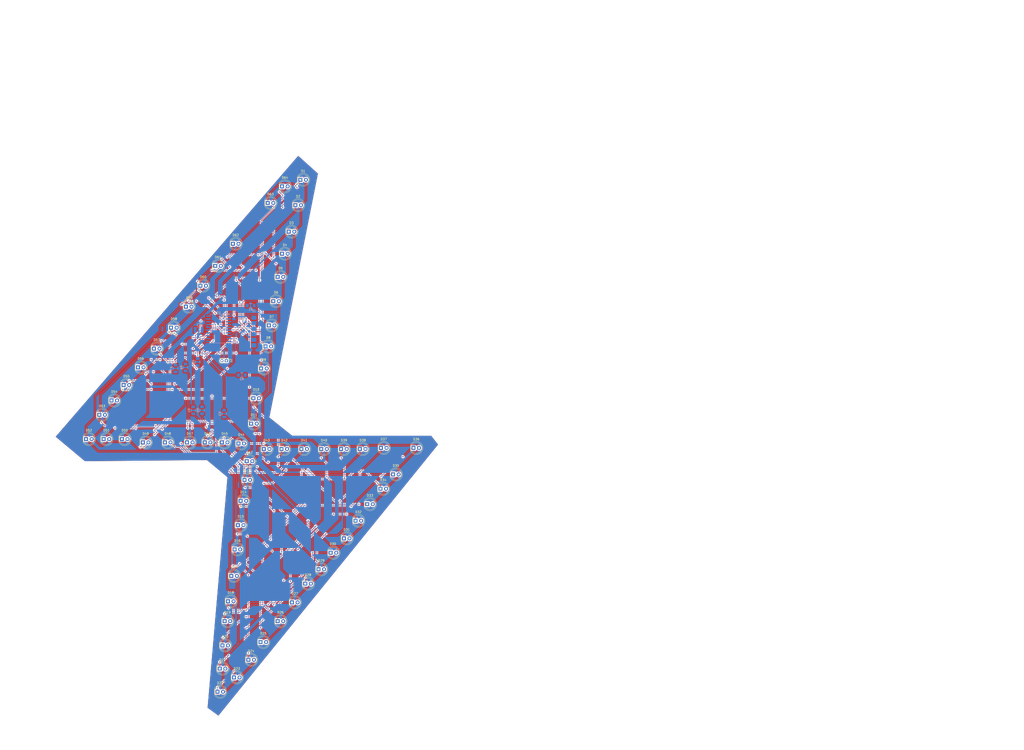
<source format=kicad_pcb>
(kicad_pcb (version 20241229) (generator "pcbnew") (generator_version "9.0")
  (layers (0 "F.Cu" signal) (2 "B.Cu" signal) (13 "F.Paste" user) (15 "B.Paste" user) (5 "F.SilkS" user "F.Silkscreen") (7 "B.SilkS" user "B.Silkscreen") (1 "F.Mask" user) (3 "B.Mask" user) (25 "Edge.Cuts" user))
  (net 0 "")
  (net 1 "Net-(D14-K)")
  (net 2 "Net-(D16-K)")
  (net 3 "GND")
  (net 4 "Net-(U1-PA6)")
  (net 5 "Net-(D1-K)")
  (net 6 "+5V")
  (net 7 "Net-(D15-K)")
  (net 8 "Net-(U1-PA4)")
  (net 9 "Net-(U1-PA2)")
  (net 10 "Net-(U1-AREF{slash}PA3)")
  (net 11 "Net-(U1-PA5)")
  (net 12 "Net-(D10-K)")
  (net 13 "Net-(D12-K)")
  (net 14 "Net-(U1-PA1)")
  (net 15 "Net-(U1-PA7)")
  (net 16 "Net-(D11-K)")
  (net 17 "Net-(D13-K)")
  (net 18 "Net-(U1-PA0)")
  (net 19 "Net-(D17-A)")
  (net 20 "Net-(D1-A)")
  (net 21 "Net-(D10-A)")
  (net 22 "Net-(D25-A)")
  (net 23 "Net-(D33-A)")
  (net 24 "Net-(D41-A)")
  (net 25 "Net-(D49-A)")
  (net 26 "Net-(D57-A)")
  (footprint "LED_THT:LED_D5.0mm" (layer "F.Cu") (at 99.185 140)
    (property "Reference" "D47")
    (property "Value" "LED")
  )
  (footprint "LED_THT:LED_D5.0mm" (layer "F.Cu") (at 105.235 69)
    (property "Reference" "D60")
    (property "Value" "LED")
  )
  (footprint "LED_THT:LED_D5.0mm" (layer "F.Cu") (at 136.235 87)
    (property "Reference" "D7")
    (property "Value" "LED")
  )
  (footprint "LED_THT:LED_D5.0mm" (layer "F.Cu") (at 133.96 143)
    (property "Reference" "D43")
    (property "Value" "LED")
  )
  (footprint "LED_THT:LED_D5.0mm" (layer "F.Cu") (at 125.225 157)
    (property "Reference" "D13")
    (property "Value" "LED")
  )
  (footprint "LED_THT:LED_D5.0mm" (layer "F.Cu") (at 140.235 65)
    (property "Reference" "D5")
    (property "Value" "LED")
  )
  (footprint "LED_THT:LED_D5.0mm" (layer "F.Cu") (at 70.46 114)
    (property "Reference" "D55")
    (property "Value" "LED")
  )
  (footprint "LED_THT:LED_D5.0mm" (layer "F.Cu") (at 132.46 230.5)
    (property "Reference" "D25")
    (property "Value" "LED")
  )
  (footprint "LED_THT:LED_D5.0mm" (layer "F.Cu") (at 142.225 24)
    (property "Reference" "D64")
    (property "Value" "LED")
  )
  (footprint "LED_THT:LED_D5.0mm" (layer "F.Cu") (at 150.96 143)
    (property "Reference" "D41")
    (property "Value" "LED")
  )
  (footprint "LED_THT:LED_D5.0mm" (layer "F.Cu") (at 140.225 221)
    (property "Reference" "D26")
    (property "Value" "LED")
  )
  (footprint "LED_THT:LED_D5.0mm" (layer "F.Cu") (at 123.46 166.5)
    (property "Reference" "D14")
    (property "Value" "LED")
  )
  (footprint "LED_THT:LED_D5.0mm" (layer "F.Cu") (at 122.225 177.5)
    (property "Reference" "D15")
    (property "Value" "LED")
  )
  (footprint "LED_THT:LED_D5.0mm" (layer "F.Cu") (at 159.96 143)
    (property "Reference" "D40")
    (property "Value" "LED")
  )
  (footprint "LED_THT:LED_D5.0mm" (layer "F.Cu") (at 192.5 154.5)
    (property "Reference" "D35")
    (property "Value" "LED")
  )
  (footprint "LED_THT:LED_D5.0mm" (layer "F.Cu") (at 134.735 96.5)
    (property "Reference" "D8")
    (property "Value" "LED")
  )
  (footprint "LED_THT:LED_D5.0mm" (layer "F.Cu") (at 201.725 142.5)
    (property "Reference" "D36")
    (property "Value" "LED")
  )
  (footprint "LED_THT:LED_D5.0mm" (layer "F.Cu") (at 187 142.5)
    (property "Reference" "D37")
    (property "Value" "LED")
  )
  (footprint "LED_THT:LED_D5.0mm" (layer "F.Cu") (at 89.185 140)
    (property "Reference" "D48")
    (property "Value" "LED")
  )
  (footprint "LED_THT:LED_D5.0mm" (layer "F.Cu") (at 145.235 44.5)
    (property "Reference" "D3")
    (property "Value" "LED")
  )
  (footprint "LED_THT:LED_D5.0mm" (layer "F.Cu") (at 76.96 106)
    (property "Reference" "D56")
    (property "Value" "LED")
  )
  (footprint "LED_THT:LED_D5.0mm" (layer "F.Cu") (at 112.96 253)
    (property "Reference" "D22")
    (property "Value" "LED")
  )
  (footprint "LED_THT:LED_D5.0mm" (layer "F.Cu") (at 114.96 140)
    (property "Reference" "D45")
    (property "Value" "LED")
  )
  (footprint "LED_THT:LED_D5.0mm" (layer "F.Cu") (at 120.46 246.5)
    (property "Reference" "D23")
    (property "Value" "LED")
  )
  (footprint "LED_THT:LED_D5.0mm" (layer "F.Cu") (at 129.225 120)
    (property "Reference" "D10")
    (property "Value" "LED")
  )
  (footprint "LED_THT:LED_D5.0mm" (layer "F.Cu") (at 114 242.5)
    (property "Reference" "D21")
    (property "Value" "LED")
  )
  (footprint "Connector_PinHeader_2.00mm:PinHeader_1x02_P2.00mm_Vertical" (layer "F.Cu") (at 117 103 -90)
    (property "Reference" "J2")
    (property "Value" "Conn_01x02_Pin")
  )
  (footprint "LED_THT:LED_D5.0mm" (layer "F.Cu") (at 146.725 212.5)
    (property "Reference" "D27")
    (property "Value" "LED")
  )
  (footprint "LED_THT:LED_D5.0mm" (layer "F.Cu") (at 91.96 88)
    (property "Reference" "D58")
    (property "Value" "LED")
  )
  (footprint "LED_THT:LED_D5.0mm" (layer "F.Cu") (at 126.225 148.5)
    (property "Reference" "D12")
    (property "Value" "LED")
  )
  (footprint "LED_THT:LED_D5.0mm" (layer "F.Cu") (at 69.685 138.5)
    (property "Reference" "D50")
    (property "Value" "LED")
  )
  (footprint "LED_THT:LED_D5.0mm" (layer "F.Cu") (at 126.96 238.5)
    (property "Reference" "D24")
    (property "Value" "LED")
  )
  (footprint "LED_THT:LED_D5.0mm" (layer "F.Cu") (at 115.225 232)
    (property "Reference" "D20")
    (property "Value" "LED")
  )
  (footprint "LED_THT:LED_D5.0mm" (layer "F.Cu") (at 59.46 127.5)
    (property "Reference" "D53")
    (property "Value" "LED")
  )
  (footprint "LED_THT:LED_D5.0mm" (layer "F.Cu") (at 119.225 200.5)
    (property "Reference" "D17")
    (property "Value" "LED")
  )
  (footprint "LED_THT:LED_D5.0mm" (layer "F.Cu") (at 61.42 138.5)
    (property "Reference" "D51")
    (property "Value" "LED")
  )
  (footprint "LED_THT:LED_D5.0mm" (layer "F.Cu") (at 148.235 32.5)
    (property "Reference" "D2")
    (property "Value" "LED")
  )
  (footprint "LED_THT:LED_D5.0mm" (layer "F.Cu") (at 98.685 78.5)
    (property "Reference" "D59")
    (property "Value" "LED")
  )
  (footprint "LED_THT:LED_D5.0mm" (layer "F.Cu") (at 111.96 60)
    (property "Reference" "D61")
    (property "Value" "LED")
  )
  (footprint "LED_THT:LED_D5.0mm" (layer "F.Cu") (at 116.225 221)
    (property "Reference" "D19")
    (property "Value" "LED")
  )
  (footprint "LED_THT:LED_D5.0mm" (layer "F.Cu") (at 128.225 131.5)
    (property "Reference" "D11")
    (property "Value" "LED")
  )
  (footprint "LED_THT:LED_D5.0mm" (layer "F.Cu") (at 107.225 140)
    (property "Reference" "D46")
    (property "Value" "LED")
  )
  (footprint "LED_THT:LED_D5.0mm" (layer "F.Cu") (at 122.46 140.5)
    (property "Reference" "D44")
    (property "Value" "LED")
  )
  (footprint "LED_THT:LED_D5.0mm" (layer "F.Cu") (at 186.775 161)
    (property "Reference" "D34")
    (property "Value" "LED")
  )
  (footprint "LED_THT:LED_D5.0mm" (layer "F.Cu") (at 152.725 204)
    (property "Reference" "D28")
    (property "Value" "LED")
  )
  (footprint "LED_THT:LED_D5.0mm" (layer "F.Cu") (at 79.185 140)
    (property "Reference" "D49")
    (property "Value" "LED")
  )
  (footprint "LED_THT:LED_D5.0mm" (layer "F.Cu") (at 84.185 97.5)
    (property "Reference" "D57")
    (property "Value" "LED")
  )
  (footprint "LED_THT:LED_D5.0mm" (layer "F.Cu") (at 119.96 50)
    (property "Reference" "D62")
    (property "Value" "LED")
  )
  (footprint "LED_THT:LED_D5.0mm" (layer "F.Cu") (at 138.235 76)
    (property "Reference" "D6")
    (property "Value" "LED")
  )
  (footprint "LED_THT:LED_D5.0mm" (layer "F.Cu") (at 175.5 175.5)
    (property "Reference" "D32")
    (property "Value" "LED")
  )
  (footprint "LED_THT:LED_D5.0mm" (layer "F.Cu") (at 135.725 31.5)
    (property "Reference" "D63")
    (property "Value" "LED")
  )
  (footprint "LED_THT:LED_D5.0mm" (layer "F.Cu") (at 150.5 21)
    (property "Reference" "D1")
    (property "Value" "LED")
  )
  (footprint "LED_THT:LED_D5.0mm" (layer "F.Cu") (at 141.96 143)
    (property "Reference" "D42")
    (property "Value" "LED")
  )
  (footprint "LED_THT:LED_D5.0mm" (layer "F.Cu") (at 158.725 197.5)
    (property "Reference" "D29")
    (property "Value" "LED")
  )
  (footprint "LED_THT:LED_D5.0mm" (layer "F.Cu") (at 132.735 106.5)
    (property "Reference" "D9")
    (property "Value" "LED")
  )
  (footprint "LED_THT:LED_D5.0mm" (layer "F.Cu") (at 170.225 183.5)
    (property "Reference" "D31")
    (property "Value" "LED")
  )
  (footprint "LED_THT:LED_D5.0mm" (layer "F.Cu") (at 168.96 143)
    (property "Reference" "D39")
    (property "Value" "LED")
  )
  (footprint "LED_THT:LED_D5.0mm" (layer "F.Cu") (at 120.725 188.5)
    (property "Reference" "D16")
    (property "Value" "LED")
  )
  (footprint "LED_THT:LED_D5.0mm" (layer "F.Cu") (at 177.46 143)
    (property "Reference" "D38")
    (property "Value" "LED")
  )
  (footprint "LED_THT:LED_D5.0mm" (layer "F.Cu") (at 64.96 121)
    (property "Reference" "D54")
    (property "Value" "LED")
  )
  (footprint "LED_THT:LED_D5.0mm" (layer "F.Cu") (at 164.225 190)
    (property "Reference" "D30")
    (property "Value" "LED")
  )
  (footprint "LED_THT:LED_D5.0mm" (layer "F.Cu") (at 142.235 54.5)
    (property "Reference" "D4")
    (property "Value" "LED")
  )
  (footprint "LED_THT:LED_D5.0mm" (layer "F.Cu") (at 53.46 138.5)
    (property "Reference" "D52")
    (property "Value" "LED")
  )
  (footprint "LED_THT:LED_D5.0mm" (layer "F.Cu") (at 180.775 168)
    (property "Reference" "D33")
    (property "Value" "LED")
  )
  (footprint "LED_THT:LED_D5.0mm" (layer "F.Cu") (at 117.725 212)
    (property "Reference" "D18")
    (property "Value" "LED")
  )
  (footprint "Package_SO:SOIC-20W_7.5x12.8mm_P1.27mm" (layer "B.Cu") (at 113.5 88.5 180)
    (property "Reference" "U1")
    (property "Value" "ATtiny861A-S")
  )
  (footprint "Resistor_SMD:R_1206_3216Metric_Pad1.30x1.75mm_HandSolder" (layer "B.Cu") (at 116 127 -90)
    (property "Reference" "R3")
    (property "Value" "110")
  )
  (footprint "Resistor_SMD:R_1206_3216Metric_Pad1.30x1.75mm_HandSolder" (layer "B.Cu") (at 106 125.45 -90)
    (property "Reference" "R5")
    (property "Value" "110")
  )
  (footprint "Resistor_SMD:R_1206_3216Metric_Pad1.30x1.75mm_HandSolder" (layer "B.Cu") (at 98.5 106.05 -90)
    (property "Reference" "R6")
    (property "Value" "110")
  )
  (footprint "Capacitor_SMD:C_1210_3225Metric_Pad1.33x2.70mm_HandSolder" (layer "B.Cu") (at 104.4375 89 180)
    (property "Reference" "C1")
    (property "Value" "10 u")
  )
  (footprint "Resistor_SMD:R_1206_3216Metric_Pad1.30x1.75mm_HandSolder" (layer "B.Cu") (at 102 125.5 -90)
    (property "Reference" "R4")
    (property "Value" "110")
  )
  (footprint "Resistor_SMD:R_1206_3216Metric_Pad1.30x1.75mm_HandSolder" (layer "B.Cu") (at 124 109.5)
    (property "Reference" "R2")
    (property "Value" "110")
  )
  (footprint "Resistor_SMD:R_1206_3216Metric_Pad1.30x1.75mm_HandSolder" (layer "B.Cu") (at 94 106.5 -90)
    (property "Reference" "R7")
    (property "Value" "110")
  )
  (footprint "Resistor_SMD:R_1206_3216Metric_Pad1.30x1.75mm_HandSolder" (layer "B.Cu") (at 104 103.55 -90)
    (property "Reference" "R8")
    (property "Value" "110")
  )
  (footprint "Connector_PinHeader_2.00mm:PinHeader_1x06_P2.00mm_Vertical_SMD_Pin1Left" (layer "B.Cu") (at 128.5 88.9625 180)
    (property "Reference" "J1")
    (property "Value" "Conn_01x06_Pin")
  )
  (footprint "Resistor_SMD:R_1206_3216Metric_Pad1.30x1.75mm_HandSolder" (layer "B.Cu") (at 128 78)
    (property "Reference" "R1")
    (property "Value" "110")
  )
  (gr_poly (pts (xy 149.5 9.43692) (xy 39 137.5) (xy 52.760024 149) (xy 108 148.5) (xy 117 156) (xy 108 260.5) (xy 113.5 264.5) (xy 213.5 141) (xy 210 136.5) (xy 146.956591 136.456591) (xy 137 128.5) (xy 159 18)) (stroke (width 0.05)) (fill no) (layer "Edge.Cuts"))
  (segment (start 136.5 169) (end 123.5 169) (width 0.2) (layer "F.Cu") (net 1))
  (segment (start 110.5 113.5) (end 110.5 116) (width 0.2) (layer "F.Cu") (net 1))
  (segment (start 112.5 111.5) (end 110.5 113.5) (width 0.2) (layer "F.Cu") (net 1))
  (segment (start 112.901 136.901) (end 110.5 134.5) (width 0.2) (layer "F.Cu") (net 1))
  (segment (start 124.5 60.5) (end 120 56) (width 0.2) (layer "F.Cu") (net 1))
  (segment (start 120 56) (end 117.5 56) (width 0.2) (layer "F.Cu") (net 1))
  (segment (start 124.5 77.5) (end 124.5 85) (width 0.2) (layer "F.Cu") (net 1))
  (segment (start 151 167.5) (end 147.5 171) (width 0.2) (layer "F.Cu") (net 1))
  (segment (start 83 116) (end 69.96 116) (width 0.2) (layer "F.Cu") (net 1))
  (segment (start 125.5 238.5) (end 125.5 224.5) (width 0.2) (layer "F.Cu") (net 1))
  (segment (start 156 195.4329) (end 156 190) (width 0.2) (layer "F.Cu") (net 1))
  (segment (start 107.225 139.775) (end 107.225 140) (width 0.2) (layer "F.Cu") (net 1))
  (segment (start 117.5 106.5) (end 112.5 111.5) (width 0.2) (layer "F.Cu") (net 1))
  (segment (start 110.5 116) (end 110.5 119) (width 0.2) (layer "F.Cu") (net 1))
  (segment (start 108.5 137) (end 110 137) (width 0.2) (layer "F.Cu") (net 1))
  (segment (start 110 137) (end 110.5 136.5) (width 0.2) (layer "F.Cu") (net 1))
  (segment (start 138.5 213.5) (end 138.5 212.9329) (width 0.2) (layer "F.Cu") (net 1))
  (segment (start 122.5 151) (end 112.901 141.401) (width 0.2) (layer "F.Cu") (net 1))
  (segment (start 110.5 116) (end 92.5 116) (width 0.2) (layer "F.Cu") (net 1))
  (segment (start 124.5 76.5) (end 124.5 77.5) (width 0.2) (layer "F.Cu") (net 1))
  (segment (start 113 251) (end 125.5 238.5) (width 0.2) (layer "F.Cu") (net 1))
  (segment (start 124.5 77.5) (end 124.5 69.5) (width 0.2) (layer "F.Cu") (net 1))
  (segment (start 112.901 141.401) (end 112.901 136.901) (width 0.2) (layer "F.Cu") (net 1))
  (segment (start 125.5 224.5) (end 126 224) (width 0.2) (layer "F.Cu") (net 1))
  (segment (start 151 153.5) (end 151 167.5) (width 0.2) (layer "F.Cu") (net 1))
  (segment (start 124.5 69.5) (end 121.5 66.5) (width 0.2) (layer "F.Cu") (net 1))
  (segment (start 138.5 171) (end 136.5 169) (width 0.2) (layer "F.Cu") (net 1))
  (segment (start 138.5 212.9329) (end 156 195.4329) (width 0.2) (layer "F.Cu") (net 1))
  (via (at 110.5 134.5) (size 0.6) (drill 0.3) (layers "F.Cu" "B.Cu") (net 1))
  (via (at 124.5 60.5) (size 0.6) (drill 0.3) (layers "F.Cu" "B.Cu") (net 1))
  (via (at 147.5 171) (size 0.6) (drill 0.3) (layers "F.Cu" "B.Cu") (net 1))
  (via (at 83 116) (size 0.6) (drill 0.3) (layers "F.Cu" "B.Cu") (net 1))
  (via (at 124.5 85) (size 0.6) (drill 0.3) (layers "F.Cu" "B.Cu") (net 1))
  (via (at 126 224) (size 0.6) (drill 0.3) (layers "F.Cu" "B.Cu") (net 1))
  (via (at 122.5 151) (size 0.6) (drill 0.3) (layers "F.Cu" "B.Cu") (net 1))
  (via (at 92.5 116) (size 0.6) (drill 0.3) (layers "F.Cu" "B.Cu") (net 1))
  (via (at 110.5 119) (size 0.6) (drill 0.3) (layers "F.Cu" "B.Cu") (net 1))
  (via (at 124.5 76.5) (size 0.6) (drill 0.3) (layers "F.Cu" "B.Cu") (net 1))
  (via (at 138.5 213.5) (size 0.6) (drill 0.3) (layers "F.Cu" "B.Cu") (net 1))
  (via (at 138.5 171) (size 0.6) (drill 0.3) (layers "F.Cu" "B.Cu") (net 1))
  (via (at 70 116) (size 0.6) (drill 0.3) (layers "F.Cu" "B.Cu") (net 1))
  (via (at 151 153.5) (size 0.6) (drill 0.3) (layers "F.Cu" "B.Cu") (net 1))
  (via (at 123.5 169) (size 0.6) (drill 0.3) (layers "F.Cu" "B.Cu") (net 1))
  (via (at 113 251) (size 0.6) (drill 0.3) (layers "F.Cu" "B.Cu") (net 1))
  (via (at 110.5 136.5) (size 0.6) (drill 0.3) (layers "F.Cu" "B.Cu") (net 1))
  (via (at 108.5 137) (size 0.6) (drill 0.3) (layers "F.Cu" "B.Cu") (net 1))
  (via (at 156 190) (size 0.6) (drill 0.3) (layers "F.Cu" "B.Cu") (net 1))
  (via (at 121.5 66.5) (size 0.6) (drill 0.3) (layers "F.Cu" "B.Cu") (net 1))
  (via (at 117.5 56) (size 0.6) (drill 0.3) (layers "F.Cu" "B.Cu") (net 1))
  (via (at 117.5 106.5) (size 0.6) (drill 0.3) (layers "F.Cu" "B.Cu") (net 1))
  (segment (start 119.96 53.54) (end 119.96 50) (width 0.2) (layer "B.Cu") (net 1))
  (segment (start 107.225 138.275) (end 108.5 137) (width 0.2) (layer "B.Cu") (net 1))
  (segment (start 136.349943 214) (end 126.349943 224) (width 0.2) (layer "B.Cu") (net 1))
  (segment (start 156 179.650057) (end 147.349943 171) (width 0.2) (layer "B.Cu") (net 1))
  (segment (start 177.46 145.04) (end 176 146.5) (width 0.2) (layer "B.Cu") (net 1))
  (segment (start 123.5 169) (end 123.46 168.96) (width 0.2) (layer "B.Cu") (net 1))
  (segment (start 117.5 56) (end 119.96 53.54) (width 0.2) (layer "B.Cu") (net 1))
  (segment (start 110.5 134.5) (end 110.5 136.5) (width 0.2) (layer "B.Cu") (net 1))
  (segment (start 138 214) (end 136.349943 214) (width 0.2) (layer "B.Cu") (net 1))
  (segment (start 156 190) (end 156 179.650057) (width 0.2) (layer "B.Cu") (net 1))
  (segment (start 110.5 119) (end 110.5 134.5) (width 0.2) (layer "B.Cu") (net 1))
  (segment (start 176 146.5) (end 169 153.5) (width 0.2) (layer "B.Cu") (net 1))
  (segment (start 138.5 213.5) (end 138 214) (width 0.2) (layer "B.Cu") (net 1))
  (segment (start 147.349943 171) (end 138.5 171) (width 0.2) (layer "B.Cu") (net 1))
  (segment (start 122.5 157) (end 122.5 151) (width 0.2) (layer "B.Cu") (net 1))
  (segment (start 120.424999 90.424999) (end 119.174999 91.675) (width 0.2) (layer "B.Cu") (net 1))
  (segment (start 123.46 166.5) (end 123.46 157.96) (width 0.2) (layer "B.Cu") (net 1))
  (segment (start 107.225 140) (end 107.225 138.275) (width 0.2) (layer "B.Cu") (net 1))
  (segment (start 125 76) (end 124.5 76.5) (width 0.2) (layer "B.Cu") (net 1))
  (segment (start 92.5 116) (end 83 116) (width 0.2) (layer "B.Cu") (net 1))
  (segment (start 121.5 63.5) (end 124.5 60.5) (width 0.2) (layer "B.Cu") (net 1))
  (segment (start 156 190) (end 164.225 190) (width 0.2) (layer "B.Cu") (net 1))
  (segment (start 124.5 85) (end 124.5 86.349999) (width 0.2) (layer "B.Cu") (net 1))
  (segment (start 124.5 86.349999) (end 120.424999 90.424999) (width 0.2) (layer "B.Cu") (net 1))
  (segment (start 121.5 66.5) (end 121.5 63.5) (width 0.2) (layer "B.Cu") (net 1))
  (segment (start 64.96 121) (end 65 121) (width 0.2) (layer "B.Cu") (net 1))
  (segment (start 164.225 190) (end 164.225 189.225) (width 0.2) (layer "B.Cu") (net 1))
  (segment (start 123.46 168.96) (end 123.46 166.5) (width 0.2) (layer "B.Cu") (net 1))
  (segment (start 119.174999 91.675) (end 118.15 91.675) (width 0.2) (layer "B.Cu") (net 1))
  (segment (start 120.424999 103.575001) (end 117.5 106.5) (width 0.2) (layer "B.Cu") (net 1))
  (segment (start 126.349943 224) (end 126 224) (width 0.2) (layer "B.Cu") (net 1))
  (segment (start 120.424999 90.424999) (end 120.424999 103.575001) (width 0.2) (layer "B.Cu") (net 1))
  (segment (start 123.46 157.96) (end 122.5 157) (width 0.2) (layer "B.Cu") (net 1))
  (segment (start 138.235 76) (end 125 76) (width 0.2) (layer "B.Cu") (net 1))
  (segment (start 177.46 143) (end 177.46 145.04) (width 0.2) (layer "B.Cu") (net 1))
  (segment (start 112.96 253) (end 112.96 251.04) (width 0.2) (layer "B.Cu") (net 1))
  (segment (start 169 153.5) (end 151 153.5) (width 0.2) (layer "B.Cu") (net 1))
  (segment (start 65 121) (end 70 116) (width 0.2) (layer "B.Cu") (net 1))
  (segment (start 112.96 251.04) (end 113 251) (width 0.2) (layer "B.Cu") (net 1))
  (segment (start 165.5 172.5) (end 171.5 172.5) (width 0.2) (layer "F.Cu") (net 2))
  (segment (start 141 26.5) (end 142.5 28) (width 0.2) (layer "F.Cu") (net 2))
  (segment (start 107.65147 100) (end 108.325735 99.325735) (width 0.2) (layer "F.Cu") (net 2))
  (segment (start 107 100) (end 107.65147 100) (width 0.2) (layer "F.Cu") (net 2))
  (segment (start 123.150057 196) (end 120 196) (width 0.2) (layer "F.Cu") (net 2))
  (segment (start 127 200) (end 127 199.849943) (width 0.2) (layer "F.Cu") (net 2))
  (segment (start 162.5 149.5) (end 160 147) (width 0.2) (layer "F.Cu") (net 2))
  (segment (start 132 88) (end 132 66.5) (width 0.2) (layer "F.Cu") (net 2))
  (segment (start 127 199.849943) (end 123.150057 196) (width 0.2) (layer "F.Cu") (net 2))
  (segment (start 121.5 99.5) (end 114 99.5) (width 0.2) (layer "F.Cu") (net 2))
  (segment (start 95.5 99.5) (end 92.5 102.5) (width 0.2) (layer "F.Cu") (net 2))
  (segment (start 87 102.5) (end 83 102.5) (width 0.2) (layer "F.Cu") (net 2))
  (segment (start 127 235.5) (end 127 200) (width 0.2) (layer "F.Cu") (net 2))
  (segment (start 103 99.5) (end 95.5 99.5) (width 0.2) (layer "F.Cu") (net 2))
  (segment (start 90.5 110) (end 83 102.5) (width 0.2) (layer "F.Cu") (net 2))
  (segment (start 90.5 128.5) (end 90.5 110) (width 0.2) (layer "F.Cu") (net 2))
  (segment (start 149.5 188.5) (end 165.5 172.5) (width 0.2) (layer "F.Cu") (net 2))
  (segment (start 162.5 155.5) (end 162.5 149.5) (width 0.2) (layer "F.Cu") (net 2))
  (segment (start 138.5 56) (end 138.5 37.5) (width 0.2) (layer "F.Cu") (net 2))
  (segment (start 138.5 37.5) (end 142.5 33.5) (width 0.2) (layer "F.Cu") (net 2))
  (segment (start 122 94.5) (end 119.5 94.5) (width 0.2) (layer "F.Cu") (net 2))
  (segment (start 84.5 134.5) (end 90.5 128.5) (width 0.2) (layer "F.Cu") (net 2))
  (via (at 114 99.5) (size 0.6) (drill 0.3) (layers "F.Cu" "B.Cu") (net 2))
  (via (at 132 66.5) (size 0.6) (drill 0.3) (layers "F.Cu" "B.Cu") (net 2))
  (via (at 127 200) (size 0.6) (drill 0.3) (layers "F.Cu" "B.Cu") (net 2))
  (via (at 132 88) (size 0.6) (drill 0.3) (layers "F.Cu" "B.Cu") (net 2))
  (via (at 162.5 155.5) (size 0.6) (drill 0.3) (layers "F.Cu" "B.Cu") (net 2))
  (via (at 83 102.5) (size 0.6) (drill 0.3) (layers "F.Cu" "B.Cu") (net 2))
  (via (at 87 102.5) (size 0.6) (drill 0.3) (layers "F.Cu" "B.Cu") (net 2))
  (via (at 127 235.5) (size 0.6) (drill 0.3) (layers "F.Cu" "B.Cu") (net 2))
  (via (at 108.325735 99.325735) (size 0.6) (drill 0.3) (layers "F.Cu" "B.Cu") (net 2))
  (via (at 141 26.5) (size 0.6) (drill 0.3) (layers "F.Cu" "B.Cu") (net 2))
  (via (at 142.5 33.5) (size 0.6) (drill 0.3) (layers "F.Cu" "B.Cu") (net 2))
  (via (at 160 147) (size 0.6) (drill 0.3) (layers "F.Cu" "B.Cu") (net 2))
  (via (at 165.5 172.5) (size 0.6) (drill 0.3) (layers "F.Cu" "B.Cu") (net 2))
  (via (at 171.5 172.5) (size 0.6) (drill 0.3) (layers "F.Cu" "B.Cu") (net 2))
  (via (at 122 94.5) (size 0.6) (drill 0.3) (layers "F.Cu" "B.Cu") (net 2))
  (via (at 84.5 134.5) (size 0.6) (drill 0.3) (layers "F.Cu" "B.Cu") (net 2))
  (via (at 92.5 102.5) (size 0.6) (drill 0.3) (layers "F.Cu" "B.Cu") (net 2))
  (via (at 142.5 28) (size 0.6) (drill 0.3) (layers "F.Cu" "B.Cu") (net 2))
  (via (at 119.5 94.5) (size 0.6) (drill 0.3) (layers "F.Cu" "B.Cu") (net 2))
  (via (at 103 99.5) (size 0.6) (drill 0.3) (layers "F.Cu" "B.Cu") (net 2))
  (via (at 121.5 99.5) (size 0.6) (drill 0.3) (layers "F.Cu" "B.Cu") (net 2))
  (via (at 149.5 188.5) (size 0.6) (drill 0.3) (layers "F.Cu" "B.Cu") (net 2))
  (via (at 120 196) (size 0.6) (drill 0.3) (layers "F.Cu" "B.Cu") (net 2))
  (via (at 107 100) (size 0.6) (drill 0.3) (layers "F.Cu" "B.Cu") (net 2))
  (via (at 138.5 56) (size 0.6) (drill 0.3) (layers "F.Cu" "B.Cu") (net 2))
  (segment (start 129.5 99.5) (end 132.5 99.5) (width 0.2) (layer "B.Cu") (net 2))
  (segment (start 129.5 96) (end 129.5 99.5) (width 0.2) (layer "B.Cu") (net 2))
  (segment (start 127 200) (end 138.5 188.5) (width 0.2) (layer "B.Cu") (net 2))
  (segment (start 103.101 99.399) (end 103 99.5) (width 0.2) (layer "B.Cu") (net 2))
  (segment (start 175.5 175.5) (end 175.5 174) (width 0.2) (layer "B.Cu") (net 2))
  (segment (start 84.5 134.5) (end 89.185 139.185) (width 0.2) (layer "B.Cu") (net 2))
  (segment (start 159.96 143) (end 159.96 145.54) (width 0.2) (layer "B.Cu") (net 2))
  (segment (start 122.5 99.5) (end 129.5 99.5) (width 0.2) (layer "B.Cu") (net 2))
  (segment (start 132.5 99.5) (end 134.735 97.265) (width 0.2) (layer "B.Cu") (net 2))
  (segment (start 160 145.58) (end 160 147) (width 0.2) (layer "B.Cu") (net 2))
  (segment (start 76.96 106) (end 80.46 102.5) (width 0.2) (layer "B.Cu") (net 2))
  (segment (start 134.735 97.265) (end 134.735 96.5) (width 0.2) (layer "B.Cu") (net 2))
  (segment (start 142.225 25.775) (end 141.5 26.5) (width 0.2) (layer "B.Cu") (net 2))
  (segment (start 132 62.5) (end 138.5 56) (width 0.2) (layer "B.Cu") (net 2))
  (segment (start 133.5 139) (end 133.5 120.5) (width 0.2) (layer "B.Cu") (net 2))
  (segment (start 120 196) (end 120.725 195.275) (width 0.2) (layer "B.Cu") (net 2))
  (segment (start 89.185 139.185) (end 89.185 140) (width 0.2) (layer "B.Cu") (net 2))
  (segment (start 126.96 238.5) (end 126.96 235.54) (width 0.2) (layer "B.Cu") (net 2))
  (segment (start 106.399 99.399) (end 107 100) (width 0.2) (layer "B.Cu") (net 2))
  (segment (start 80.46 102.5) (end 83 102.5) (width 0.2) (layer "B.Cu") (net 2))
  (segment (start 155.96 139) (end 133.5 139) (width 0.2) (layer "B.Cu") (net 2))
  (segment (start 174 172.5) (end 171.5 172.5) (width 0.2) (layer "B.Cu") (net 2))
  (segment (start 137 117) (end 137 98.765) (width 0.2) (layer "B.Cu") (net 2))
  (segment (start 134.735 96.5) (end 132.735 94.5) (width 0.2) (layer "B.Cu") (net 2))
  (segment (start 119.5 94.5) (end 118.435 94.5) (width 0.2) (layer "B.Cu") (net 2))
  (segment (start 121.5 99.5) (end 122.5 99.5) (width 0.2) (layer "B.Cu") (net 2))
  (segment (start 165.5 158.5) (end 162.5 155.5) (width 0.2) (layer "B.Cu") (net 2))
  (segment (start 126.96 235.54) (end 127 235.5) (width 0.2) (layer "B.Cu") (net 2))
  (segment (start 141.5 26.5) (end 141 26.5) (width 0.2) (layer "B.Cu") (net 2))
  (segment (start 175.5 174) (end 174 172.5) (width 0.2) (layer "B.Cu") (net 2))
  (segment (start 133.5 120.5) (end 137 117) (width 0.2) (layer "B.Cu") (net 2))
  (segment (start 108.5 99.5) (end 108.325735 99.325735) (width 0.2) (layer "B.Cu") (net 2))
  (segment (start 92.5 102.5) (end 87 102.5) (width 0.2) (layer "B.Cu") (net 2))
  (segment (start 138.5 188.5) (end 149.5 188.5) (width 0.2) (layer "B.Cu") (net 2))
  (segment (start 132 94.5) (end 132 88) (width 0.2) (layer "B.Cu") (net 2))
  (segment (start 132.735 94.5) (end 132 94.5) (width 0.2) (layer "B.Cu") (net 2))
  (segment (start 114 99.5) (end 108.5 99.5) (width 0.2) (layer "B.Cu") (net 2))
  (segment (start 165.5 172.5) (end 165.5 158.5) (width 0.2) (layer "B.Cu") (net 2))
  (segment (start 122 94.5) (end 122 99) (width 0.2) (layer "B.Cu") (net 2))
  (segment (start 137 98.765) (end 134.735 96.5) (width 0.2) (layer "B.Cu") (net 2))
  (segment (start 122 99) (end 122.5 99.5) (width 0.2) (layer "B.Cu") (net 2))
  (segment (start 159.96 145.54) (end 160 145.58) (width 0.2) (layer "B.Cu") (net 2))
  (segment (start 159.96 143) (end 155.96 139) (width 0.2) (layer "B.Cu") (net 2))
  (segment (start 120.725 195.275) (end 120.725 188.5) (width 0.2) (layer "B.Cu") (net 2))
  (segment (start 106.399 99.399) (end 103.101 99.399) (width 0.2) (layer "B.Cu") (net 2))
  (segment (start 132 66.5) (end 132 62.5) (width 0.2) (layer "B.Cu") (net 2))
  (segment (start 142.225 24) (end 142.225 25.775) (width 0.2) (layer "B.Cu") (net 2))
  (segment (start 142.5 33.5) (end 142.5 28) (width 0.2) (layer "B.Cu") (net 2))
  (segment (start 118.435 94.5) (end 118.15 94.215) (width 0.2) (layer "B.Cu") (net 2))
  (segment (start 122.5 89) (end 120 89) (width 0.2) (layer "F.Cu") (net 3))
  (segment (start 124.5 91) (end 122.5 89) (width 0.2) (layer "F.Cu") (net 3))
  (segment (start 115 89.5) (end 113 87.5) (width 0.2) (layer "F.Cu") (net 3))
  (via (at 115 89.5) (size 0.6) (drill 0.3) (layers "F.Cu" "B.Cu") (net 3))
  (via (at 113 87.5) (size 0.6) (drill 0.3) (layers "F.Cu" "B.Cu") (net 3))
  (via (at 120 89) (size 0.6) (drill 0.3) (layers "F.Cu" "B.Cu") (net 3))
  (via (at 124.5 91) (size 0.6) (drill 0.3) (layers "F.Cu" "B.Cu") (net 3))
  (segment (start 120 89) (end 118.285 89) (width 0.2) (layer "B.Cu") (net 3))
  (segment (start 115.365 89.135) (end 115 89.5) (width 0.2) (layer "B.Cu") (net 3))
  (segment (start 115 103) (end 115 89.5) (width 0.2) (layer "B.Cu") (net 3))
  (segment (start 118.15 89.135) (end 115.365 89.135) (width 0.2) (layer "B.Cu") (net 3))
  (segment (start 118.285 89) (end 118.15 89.135) (width 0.2) (layer "B.Cu") (net 3))
  (segment (start 113 87.5) (end 112.635 87.865) (width 0.2) (layer "B.Cu") (net 3))
  (segment (start 129.5 93.5) (end 127 93.5) (width 0.2) (layer "B.Cu") (net 3))
  (segment (start 104.679 87.196) (end 108.181 87.196) (width 0.2) (layer "B.Cu") (net 3))
  (segment (start 108.181 87.196) (end 108.85 87.865) (width 0.2) (layer "B.Cu") (net 3))
  (segment (start 112.635 87.865) (end 108.85 87.865) (width 0.2) (layer "B.Cu") (net 3))
  (segment (start 102.875 89) (end 104.679 87.196) (width 0.2) (layer "B.Cu") (net 3))
  (segment (start 127 93.5) (end 125 91.5) (width 0.2) (layer "B.Cu") (net 3))
  (segment (start 125 91.5) (end 124.5 91) (width 0.2) (layer "B.Cu") (net 3))
  (segment (start 102.5 95.5) (end 104 94) (width 0.2) (layer "F.Cu") (net 4))
  (segment (start 97 95.5) (end 102.5 95.5) (width 0.2) (layer "F.Cu") (net 4))
  (via (at 104 94) (size 0.6) (drill 0.3) (layers "F.Cu" "B.Cu") (net 4))
  (via (at 97 95.5) (size 0.6) (drill 0.3) (layers "F.Cu" "B.Cu") (net 4))
  (segment (start 104 94) (end 105.055 92.945) (width 0.2) (layer "B.Cu") (net 4))
  (segment (start 94 104.95) (end 94 98.5) (width 0.2) (layer "B.Cu") (net 4))
  (segment (start 94 98.5) (end 97 95.5) (width 0.2) (layer "B.Cu") (net 4))
  (segment (start 105.055 92.945) (end 108.85 92.945) (width 0.2) (layer "B.Cu") (net 4))
  (segment (start 91.5 94) (end 87.5 94) (width 0.2) (layer "F.Cu") (net 5))
  (segment (start 140.359 153.601) (end 146.23 147.73) (width 0.2) (layer "F.Cu") (net 5))
  (segment (start 118.788265 66.711735) (end 91.461735 94.038265) (width 0.2) (layer "F.Cu") (net 5))
  (segment (start 99.899 146) (end 111 146) (width 0.2) (layer "F.Cu") (net 5))
  (segment (start 132.735 39.265) (end 132.735 65.5) (width 0.2) (layer "F.Cu") (net 5))
  (segment (start 95.899 142) (end 99.899 146) (width 0.2) (layer "F.Cu") (net 5))
  (segment (start 167.5 168) (end 177 168) (width 0.2) (layer "F.Cu") (net 5))
  (segment (start 78 142) (end 95.899 142) (width 0.2) (layer "F.Cu") (net 5))
  (segment (start 125.5 194.5) (end 125.3625 194.3625) (width 0.2) (layer "F.Cu") (net 5))
  (segment (start 119.211735 66.711735) (end 118.788265 66.711735) (width 0.2) (layer "F.Cu") (net 5))
  (segment (start 146.23 147.73) (end 147.23 147.73) (width 0.2) (layer "F.Cu") (net 5))
  (segment (start 123.5 194.5) (end 123 195) (width 0.2) (layer "F.Cu") (net 5))
  (segment (start 147.23 147.73) (end 160 160.5) (width 0.2) (layer "F.Cu") (net 5))
  (segment (start 118.601 153.601) (end 140.359 153.601) (width 0.2) (layer "F.Cu") (net 5))
  (segment (start 132.5 224) (end 132.5 201.5) (width 0.2) (layer "F.Cu") (net 5))
  (segment (start 132.735 65.5) (end 120.423471 65.5) (width 0.2) (layer "F.Cu") (net 5))
  (segment (start 126 86.5) (end 130.235 90.735) (width 0.2) (layer "F.Cu") (net 5))
  (segment (start 91.461735 94.038265) (end 91.461735 94.461735) (width 0.2) (layer "F.Cu") (net 5))
  (segment (start 132.735 90.735) (end 132.735 102.735) (width 0.2) (layer "F.Cu") (net 5))
  (segment (start 119.211735 66.711735) (end 120.5 68) (width 0.2) (layer "F.Cu") (net 5))
  (segment (start 160 160.5) (end 167.5 168) (width 0.2) (layer "F.Cu") (net 5))
  (segment (start 159.225 160.5) (end 125.3625 194.3625) (width 0.2) (layer "F.Cu") (net 5))
  (segment (start 80.026529 140) (end 79.185 140) (width 0.2) (layer "F.Cu") (net 5))
  (segment (start 149 23) (end 132.735 39.265) (width 0.2) (layer "F.Cu") (net 5))
  (segment (start 123.5 194.5) (end 125.225 194.5) (width 0.2) (layer "F.Cu") (net 5))
  (segment (start 132.5 201.5) (end 125.5 194.5) (width 0.2) (layer "F.Cu") (net 5))
  (segment (start 91.461735 94.461735) (end 91.461735 129.538265) (width 0.2) (layer "F.Cu") (net 5))
  (segment (start 111 146) (end 118.601 153.601) (width 0.2) (layer "F.Cu") (net 5))
  (segment (start 160 160.5) (end 159.225 160.5) (width 0.2) (layer "F.Cu") (net 5))
  (segment (start 130.235 90.735) (end 132.735 90.735) (width 0.2) (layer "F.Cu") (net 5))
  (segment (start 125.225 194.5) (end 125.3625 194.3625) (width 0.2) (layer "F.Cu") (net 5))
  (segment (start 126 84) (end 126 86.5) (width 0.2) (layer "F.Cu") (net 5))
  (segment (start 120.423471 65.5) (end 119.211735 66.711735) (width 0.2) (layer "F.Cu") (net 5))
  (segment (start 120.5 68) (end 120.5 82.5) (width 0.2) (layer "F.Cu") (net 5))
  (segment (start 91.461735 129.538265) (end 84.5 136.5) (width 0.2) (layer "F.Cu") (net 5))
  (via (at 132.735 102.735) (size 0.6) (drill 0.3) (layers "F.Cu" "B.Cu") (net 5))
  (via (at 78 142) (size 0.6) (drill 0.3) (layers "F.Cu" "B.Cu") (net 5))
  (via (at 123 195) (size 0.6) (drill 0.3) (layers "F.Cu" "B.Cu") (net 5))
  (via (at 147.5 148) (size 0.6) (drill 0.3) (layers "F.Cu" "B.Cu") (net 5))
  (via (at 120.5 82.5) (size 0.6) (drill 0.3) (layers "F.Cu" "B.Cu") (net 5))
  (via (at 84.5 136.5) (size 0.6) (drill 0.3) (layers "F.Cu" "B.Cu") (net 5))
  (via (at 126 84) (size 0.6) (drill 0.3) (layers "F.Cu" "B.Cu") (net 5))
  (via (at 149 23) (size 0.6) (drill 0.3) (layers "F.Cu" "B.Cu") (net 5))
  (via (at 132.5 224) (size 0.6) (drill 0.3) (layers "F.Cu" "B.Cu") (net 5))
  (via (at 87.5 94) (size 0.6) (drill 0.3) (layers "F.Cu" "B.Cu") (net 5))
  (via (at 177 168) (size 0.6) (drill 0.3) (layers "F.Cu" "B.Cu") (net 5))
  (segment (start 126.5 83.5) (end 126 84) (width 0.2) (layer "B.Cu") (net 5))
  (segment (start 150.5 21) (end 150.5 21.5) (width 0.2) (layer "B.Cu") (net 5))
  (segment (start 120.215 82.785) (end 118.15 82.785) (width 0.2) (layer "B.Cu") (net 5))
  (segment (start 79.185 140.815) (end 78 142) (width 0.2) (layer "B.Cu") (net 5))
  (segment (start 150.96 144.54) (end 147.5 148) (width 0.2) (layer "B.Cu") (net 5))
  (segment (start 86.5 94) (end 84.185 96.315) (width 0.2) (layer "B.Cu") (net 5))
  (segment (start 119.225 200.5) (end 119.225 198.775) (width 0.2) (layer "B.Cu") (net 5))
  (segment (start 84.185 96.315) (end 84.185 97.5) (width 0.2) (layer "B.Cu") (net 5))
  (segment (start 150.5 21.5) (end 149 23) (width 0.2) (layer "B.Cu") (net 5))
  (segment (start 150.96 143) (end 150.96 144.54) (width 0.2) (layer "B.Cu") (net 5))
  (segment (start 129.5 83.5) (end 126.5 83.5) (width 0.2) (layer "B.Cu") (net 5))
  (segment (start 79.185 140) (end 79.185 140.815) (width 0.2) (layer "B.Cu") (net 5))
  (segment (start 122 84) (end 120.5 82.5) (width 0.2) (layer "B.Cu") (net 5))
  (segment (start 119.225 198.775) (end 123 195) (width 0.2) (layer "B.Cu") (net 5))
  (segment (start 135.46 226.96) (end 132.5 224) (width 0.2) (layer "B.Cu") (net 5))
  (segment (start 132.46 230.5) (end 135.46 227.5) (width 0.2) (layer "B.Cu") (net 5))
  (segment (start 132.735 106.5) (end 132.735 102.735) (width 0.2) (layer "B.Cu") (net 5))
  (segment (start 87.5 94) (end 86.5 94) (width 0.2) (layer "B.Cu") (net 5))
  (segment (start 79.185 140) (end 82.685 136.5) (width 0.2) (layer "B.Cu") (net 5))
  (segment (start 82.685 136.5) (end 84.5 136.5) (width 0.2) (layer "B.Cu") (net 5))
  (segment (start 120.5 82.5) (end 120.215 82.785) (width 0.2) (layer "B.Cu") (net 5))
  (segment (start 180.775 168) (end 177 168) (width 0.2) (layer "B.Cu") (net 5))
  (segment (start 126 84) (end 122 84) (width 0.2) (layer "B.Cu") (net 5))
  (segment (start 135.46 227.5) (end 135.46 226.96) (width 0.2) (layer "B.Cu") (net 5))
  (segment (start 124 88) (end 121 88) (width 0.2) (layer "F.Cu") (net 6))
  (segment (start 126 90) (end 124 88) (width 0.2) (layer "F.Cu") (net 6))
  (segment (start 116 90.5) (end 116 88.534) (width 0.2) (layer "F.Cu") (net 6))
  (via (at 116 88.534) (size 0.6) (drill 0.3) (layers "F.Cu" "B.Cu") (net 6))
  (via (at 121 88) (size 0.6) (drill 0.3) (layers "F.Cu" "B.Cu") (net 6))
  (via (at 116 90.5) (size 0.6) (drill 0.3) (layers "F.Cu" "B.Cu") (net 6))
  (via (at 126 90) (size 0.6) (drill 0.3) (layers "F.Cu" "B.Cu") (net 6))
  (segment (start 117.481 88.534) (end 118.15 87.865) (width 0.2) (layer "B.Cu") (net 6))
  (segment (start 127 91) (end 126 90) (width 0.2) (layer "B.Cu") (net 6))
  (segment (start 121 88) (end 120.865 87.865) (width 0.2) (layer "B.Cu") (net 6))
  (segment (start 116 88.534) (end 117.481 88.534) (width 0.2) (layer "B.Cu") (net 6))
  (segment (start 120.865 87.865) (end 118.15 87.865) (width 0.2) (layer "B.Cu") (net 6))
  (segment (start 108.85 89.135) (end 109.451 88.534) (width 0.2) (layer "B.Cu") (net 6))
  (segment (start 117 98) (end 116 97) (width 0.2) (layer "B.Cu") (net 6))
  (segment (start 117 103) (end 117 98) (width 0.2) (layer "B.Cu") (net 6))
  (segment (start 129.5 91) (end 127 91) (width 0.2) (layer "B.Cu") (net 6))
  (segment (start 108.715 89) (end 106 89) (width 0.2) (layer "B.Cu") (net 6))
  (segment (start 108.715 89) (end 108.85 89.135) (width 0.2) (layer "B.Cu") (net 6))
  (segment (start 116 97) (end 116 90.5) (width 0.2) (layer "B.Cu") (net 6))
  (segment (start 109.451 88.534) (end 116 88.534) (width 0.2) (layer "B.Cu") (net 6))
  (segment (start 154 175.5) (end 154 179.5) (width 0.2) (layer "F.Cu") (net 7))
  (segment (start 133.399 41.601) (end 133.399 84.164) (width 0.2) (layer "F.Cu") (net 7))
  (segment (start 127 85) (end 131 89) (width 0.2) (layer "F.Cu") (net 7))
  (segment (start 121.5 93) (end 119.5 93) (width 0.2) (layer "F.Cu") (net 7))
  (segment (start 170.5 156) (end 170.5 148.5) (width 0.2) (layer "F.Cu") (net 7))
  (segment (start 99.5 131.5) (end 99.5 133.5) (width 0.2) (layer "F.Cu") (net 7))
  (segment (start 101 145) (end 96.5 140.5) (width 0.2) (layer "F.Cu") (net 7))
  (segment (start 73 112) (end 81.5 112) (width 0.2) (layer "F.Cu") (net 7))
  (segment (start 119.5 93) (end 99 113.5) (width 0.2) (layer "F.Cu") (net 7))
  (segment (start 133 89) (end 133.399 88.601) (width 0.2) (layer "F.Cu") (net 7))
  (segment (start 119.5 153) (end 111.5 145) (width 0.2) (layer "F.Cu") (net 7))
  (segment (start 154 179.5) (end 141 192.5) (width 0.2) (layer "F.Cu") (net 7))
  (segment (start 99 113.5) (end 93.5 113.5) (width 0.2) (layer "F.Cu") (net 7))
  (segment (start 131 89) (end 133 89) (width 0.2) (layer "F.Cu") (net 7))
  (segment (start 111.5 145) (end 101 145) (width 0.2) (layer "F.Cu") (net 7))
  (segment (start 141 192.5) (end 135.5 187) (width 0.2) (layer "F.Cu") (net 7))
  (segment (start 133.399 88.601) (end 133.399 84.164) (width 0.2) (layer "F.Cu") (net 7))
  (segment (start 149 24.5) (end 149 26) (width 0.2) (layer "F.Cu") (net 7))
  (segment (start 170.5 148.5) (end 169 147) (width 0.2) (layer "F.Cu") (net 7))
  (segment (start 125.5 181.5) (end 122 181.5) (width 0.2) (layer "F.Cu") (net 7))
  (segment (start 126.5 182.5) (end 125.5 181.5) (width 0.2) (layer "F.Cu") (net 7))
  (segment (start 81.5 112) (end 83 113.5) (width 0.2) (layer "F.Cu") (net 7))
  (segment (start 149 26) (end 133.399 41.601) (width 0.2) (layer "F.Cu") (net 7))
  (via (at 83 113.5) (size 0.6) (drill 0.3) (layers "F.Cu" "B.Cu") (net 7))
  (via (at 99.5 133.5) (size 0.6) (drill 0.3) (layers "F.Cu" "B.Cu") (net 7))
  (via (at 121.5 93) (size 0.6) (drill 0.3) (layers "F.Cu" "B.Cu") (net 7))
  (via (at 73 112) (size 0.6) (drill 0.3) (layers "F.Cu" "B.Cu") (net 7))
  (via (at 169 147) (size 0.6) (drill 0.3) (layers "F.Cu" "B.Cu") (net 7))
  (via (at 119.5 93) (size 0.6) (drill 0.3) (layers "F.Cu" "B.Cu") (net 7))
  (via (at 154 175.5) (size 0.6) (drill 0.3) (layers "F.Cu" "B.Cu") (net 7))
  (via (at 127 85) (size 0.6) (drill 0.3) (layers "F.Cu" "B.Cu") (net 7))
  (via (at 170.5 156) (size 0.6) (drill 0.3) (layers "F.Cu" "B.Cu") (net 7))
  (via (at 135.5 187) (size 0.6) (drill 0.3) (layers "F.Cu" "B.Cu") (net 7))
  (via (at 126.5 182.5) (size 0.6) (drill 0.3) (layers "F.Cu" "B.Cu") (net 7))
  (via (at 122 181.5) (size 0.6) (drill 0.3) (layers "F.Cu" "B.Cu") (net 7))
  (via (at 119.5 153) (size 0.6) (drill 0.3) (layers "F.Cu" "B.Cu") (net 7))
  (via (at 133.399 84.164) (size 0.6) (drill 0.3) (layers "F.Cu" "B.Cu") (net 7))
  (via (at 99.5 131.5) (size 0.6) (drill 0.3) (layers "F.Cu" "B.Cu") (net 7))
  (via (at 149 24.5) (size 0.6) (drill 0.3) (layers "F.Cu" "B.Cu") (net 7))
  (via (at 96.5 140.5) (size 0.6) (drill 0.3) (layers "F.Cu" "B.Cu") (net 7))
  (via (at 93.5 113.5) (size 0.6) (drill 0.3) (layers "F.Cu" "B.Cu") (net 7))
  (segment (start 117.399 236.0339) (end 122.399 231.0339) (width 0.2) (layer "B.Cu") (net 7))
  (segment (start 127 85.5) (end 127 85) (width 0.2) (layer "B.Cu") (net 7))
  (segment (start 99.185 133.815) (end 99.185 140) (width 0.2) (layer "B.Cu") (net 7))
  (segment (start 135.5 187) (end 131 182.5) (width 0.2) (layer "B.Cu") (net 7))
  (segment (start 170.5 179) (end 170.5 156) (width 0.2) (layer "B.Cu") (net 7))
  (segment (start 99.5 133.5) (end 99.185 133.815) (width 0.2) (layer "B.Cu") (net 7))
  (segment (start 135.725 28.098) (end 135.725 31.5) (width 0.2) (layer "B.Cu") (net 7))
  (segment (start 117.399 240.479) (end 117.399 236.0339) (width 0.2) (layer "B.Cu") (net 7))
  (segment (start 147.299 22.799) (end 141.024 22.799) (width 0.2) (layer "B.Cu") (net 7))
  (segment (start 96.5 140.5) (end 97 140.5) (width 0.2) (layer "B.Cu") (net 7))
  (segment (start 136.235 87) (end 133.5 84.265) (width 0.2) (layer "B.Cu") (net 7))
  (segment (start 169 180.5) (end 167.399 182.101) (width 0.2) (layer "B.Cu") (net 7))
  (segment (start 121.5 160.5) (end 122.225 161.225) (width 0.2) (layer "B.Cu") (net 7))
  (segment (start 149 24.5) (end 147.299 22.799) (width 0.2) (layer "B.Cu") (net 7))
  (segment (start 70.46 114) (end 71 114) (width 0.2) (layer "B.Cu") (net 7))
  (segment (start 170.225 181.725) (end 170.225 183.5) (width 0.2) (layer "B.Cu") (net 7))
  (segment (start 122.5 90) (end 122.5 92) (width 0.2) (layer "B.Cu") (net 7))
  (segment (start 120.46 243.54) (end 117.399 240.479) (width 0.2) (layer "B.Cu") (net 7))
  (segment (start 122.225 181.275) (end 122 181.5) (width 0.2) (layer "B.Cu") (net 7))
  (segment (start 141.024 22.799) (end 135.725 28.098) (width 0.2) (layer "B.Cu") (net 7))
  (segment (start 97 140.5) (end 97.5 140) (width 0.2) (layer "B.Cu") (net 7))
  (segment (start 119.5 153) (end 121.5 155) (width 0.2) (layer "B.Cu") (net 7))
  (segment (start 97.5 140) (end 99.185 140) (width 0.2) (layer "B.Cu") (net 7))
  (segment (start 99.5 131.5) (end 99.5 119.5) (width 0.2) (layer "B.Cu") (net 7))
  (segment (start 168.96 146.96) (end 168.96 143) (width 0.2) (layer "B.Cu") (net 7))
  (segment (start 169 180.5) (end 170.5 179) (width 0.2) (layer "B.Cu") (net 7))
  (segment (start 126 86.5) (end 127 85.5) (width 0.2) (layer "B.Cu") (net 7))
  (segment (start 122.399 201.564471) (end 126.5 197.463471) (width 0.2) (layer "B.Cu") (net 7))
  (segment (start 99.5 119.5) (end 93.5 113.5) (width 0.2) (layer "B.Cu") (net 7))
  (segment (start 122.225 177.5) (end 122.225 181.275) (width 0.2) (layer "B.Cu") (net 7))
  (segment (start 122.399 231.0339) (end 122.399 201.564471) (width 0.2) (layer "B.Cu") (net 7))
  (segment (start 126.5 197.463471) (end 126.5 182.5) (width 0.2) (layer "B.Cu") (net 7))
  (segment (start 119.5 93) (end 118.205 93) (width 0.2) (layer "B.Cu") (net 7))
  (segment (start 121.5 155) (end 121.5 160.5) (width 0.2) (layer "B.Cu") (net 7))
  (segment (start 160.601 182.101) (end 154 175.5) (width 0.2) (layer "B.Cu") (net 7))
  (segment (start 122.225 161.225) (end 122.225 177.5) (width 0.2) (layer "B.Cu") (net 7))
  (segment (start 169 147) (end 168.96 146.96) (width 0.2) (layer "B.Cu") (net 7))
  (segment (start 120.46 246.5) (end 120.46 243.54) (width 0.2) (layer "B.Cu") (net 7))
  (segment (start 118.205 93) (end 118.15 92.945) (width 0.2) (layer "B.Cu") (net 7))
  (segment (start 122.5 92) (end 121.5 93) (width 0.2) (layer "B.Cu") (net 7))
  (segment (start 126 86.5) (end 122.5 90) (width 0.2) (layer "B.Cu") (net 7))
  (segment (start 167.399 182.101) (end 160.601 182.101) (width 0.2) (layer "B.Cu") (net 7))
  (segment (start 131 182.5) (end 126.5 182.5) (width 0.2) (layer "B.Cu") (net 7))
  (segment (start 93.5 113.5) (end 83 113.5) (width 0.2) (layer "B.Cu") (net 7))
  (segment (start 169 180.5) (end 170.225 181.725) (width 0.2) (layer "B.Cu") (net 7))
  (segment (start 71 114) (end 73 112) (width 0.2) (layer "B.Cu") (net 7))
  (segment (start 106 99) (end 111 94) (width 0.2) (layer "F.Cu") (net 8))
  (segment (start 106 100) (end 106 99) (width 0.2) (layer "F.Cu") (net 8))
  (via (at 111 94) (size 0.6) (drill 0.3) (layers "F.Cu" "B.Cu") (net 8))
  (via (at 106 100) (size 0.6) (drill 0.3) (layers "F.Cu" "B.Cu") (net 8))
  (segment (start 111 91.530001) (end 109.874999 90.405) (width 0.2) (layer "B.Cu") (net 8))
  (segment (start 106 123.5) (end 106 100) (width 0.2) (layer "B.Cu") (net 8))
  (segment (start 111 94) (end 111 91.530001) (width 0.2) (layer "B.Cu") (net 8))
  (segment (start 109.874999 90.405) (end 108.85 90.405) (width 0.2) (layer "B.Cu") (net 8))
  (segment (start 106 123.9) (end 106 123.5) (width 0.2) (layer "B.Cu") (net 8))
  (segment (start 107 101.5) (end 112 96.5) (width 0.2) (layer "F.Cu") (net 9))
  (segment (start 112 96.5) (end 112 86.5) (width 0.2) (layer "F.Cu") (net 9))
  (via (at 107 101.5) (size 0.6) (drill 0.3) (layers "F.Cu" "B.Cu") (net 9))
  (via (at 112 86.5) (size 0.6) (drill 0.3) (layers "F.Cu" "B.Cu") (net 9))
  (segment (start 110.825 85.325) (end 108.85 85.325) (width 0.2) (layer "B.Cu") (net 9))
  (segment (start 112 86.5) (end 110.825 85.325) (width 0.2) (layer "B.Cu") (net 9))
  (segment (start 116 125.45) (end 116 110.5) (width 0.2) (layer "B.Cu") (net 9))
  (segment (start 116 110.5) (end 107 101.5) (width 0.2) (layer "B.Cu") (net 9))
  (segment (start 111 88.5) (end 102 97.5) (width 0.2) (layer "F.Cu") (net 10))
  (segment (start 111 86.5) (end 111 88.5) (width 0.2) (layer "F.Cu") (net 10))
  (via (at 111 86.5) (size 0.6) (drill 0.3) (layers "F.Cu" "B.Cu") (net 10))
  (via (at 102 97.5) (size 0.6) (drill 0.3) (layers "F.Cu" "B.Cu") (net 10))
  (segment (start 102 123.95) (end 102 97.5) (width 0.2) (layer "B.Cu") (net 10))
  (segment (start 110.19 86.5) (end 110.095 86.595) (width 0.2) (layer "B.Cu") (net 10))
  (segment (start 111 86.5) (end 110.19 86.5) (width 0.2) (layer "B.Cu") (net 10))
  (segment (start 110.095 86.595) (end 108.85 86.595) (width 0.2) (layer "B.Cu") (net 10))
  (segment (start 102 92.5) (end 105 92.5) (width 0.2) (layer "F.Cu") (net 11))
  (segment (start 105 92.5) (end 105.5 92) (width 0.2) (layer "F.Cu") (net 11))
  (via (at 102 92.5) (size 0.6) (drill 0.3) (layers "F.Cu" "B.Cu") (net 11))
  (via (at 105.5 92) (size 0.6) (drill 0.3) (layers "F.Cu" "B.Cu") (net 11))
  (segment (start 106 92) (end 106.325 91.675) (width 0.2) (layer "B.Cu") (net 11))
  (segment (start 98.5 104.5) (end 98.5 94.052899) (width 0.2) (layer "B.Cu") (net 11))
  (segment (start 100.052899 92.5) (end 102 92.5) (width 0.2) (layer "B.Cu") (net 11))
  (segment (start 106.325 91.675) (end 108.85 91.675) (width 0.2) (layer "B.Cu") (net 11))
  (segment (start 105.5 92) (end 106 92) (width 0.2) (layer "B.Cu") (net 11))
  (segment (start 98.5 94.052899) (end 100.052899 92.5) (width 0.2) (layer "B.Cu") (net 11))
  (segment (start 158.101 156.601) (end 154 152.5) (width 0.2) (layer "F.Cu") (net 12))
  (segment (start 116 75.5) (end 116 83.5) (width 0.2) (layer "F.Cu") (net 12))
  (segment (start 171.399 156.601) (end 158.101 156.601) (width 0.2) (layer "F.Cu") (net 12))
  (segment (start 126 216) (end 119 216) (width 0.2) (layer "F.Cu") (net 12))
  (segment (start 135.5 215.5) (end 133.5 213.5) (width 0.2) (layer "F.Cu") (net 12))
  (segment (start 98.5 120) (end 129.225 120) (width 0.2) (layer "F.Cu") (net 12))
  (segment (start 133.5 213.5) (end 133.5 187.5) (width 0.2) (layer "F.Cu") (net 12))
  (segment (start 91 90) (end 91.5 90.5) (width 0.2) (layer "F.Cu") (net 12))
  (segment (start 138 158.5) (end 144 152.5) (width 0.2) (layer "F.Cu") (net 12))
  (segment (start 134 158.5) (end 138 158.5) (width 0.2) (layer "F.Cu") (net 12))
  (segment (start 136 215.5) (end 135.5 215.5) (width 0.2) (layer "F.Cu") (net 12))
  (segment (start 179.899 152.899) (end 175.101 152.899) (width 0.2) (layer "F.Cu") (net 12))
  (segment (start 133.5 187.5) (end 137 184) (width 0.2) (layer "F.Cu") (net 12))
  (segment (start 140.5 146.5) (end 140.5 150.5) (width 0.2) (layer "F.Cu") (net 12))
  (segment (start 140.5 135) (end 129.5 124) (width 0.2) (layer "F.Cu") (net 12))
  (segment (start 175.101 152.899) (end 171.399 156.601) (width 0.2) (layer "F.Cu") (net 12))
  (segment (start 140.5 146.5) (end 140.5 135) (width 0.2) (layer "F.Cu") (net 12))
  (segment (start 185.5 158.5) (end 179.899 152.899) (width 0.2) (layer "F.Cu") (net 12))
  (segment (start 119 216) (end 118 215) (width 0.2) (layer "F.Cu") (net 12))
  (segment (start 116 83.5) (end 115.5 84) (width 0.2) (layer "F.Cu") (net 12))
  (segment (start 91.5 90.5) (end 93.5 90.5) (width 0.2) (layer "F.Cu") (net 12))
  (via (at 185.5 158.5) (size 0.6) (drill 0.3) (layers "F.Cu" "B.Cu") (net 12))
  (via (at 133.5 213.5) (size 0.6) (drill 0.3) (layers "F.Cu" "B.Cu") (net 12))
  (via (at 136 215.5) (size 0.6) (drill 0.3) (layers "F.Cu" "B.Cu") (net 12))
  (via (at 98.5 120) (size 0.6) (drill 0.3) (layers "F.Cu" "B.Cu") (net 12))
  (via (at 115.5 84) (size 0.6) (drill 0.3) (layers "F.Cu" "B.Cu") (net 12))
  (via (at 154 152.5) (size 0.6) (drill 0.3) (layers "F.Cu" "B.Cu") (net 12))
  (via (at 118 215) (size 0.6) (drill 0.3) (layers "F.Cu" "B.Cu") (net 12))
  (via (at 144 152.5) (size 0.6) (drill 0.3) (layers "F.Cu" "B.Cu") (net 12))
  (via (at 91 90) (size 0.6) (drill 0.3) (layers "F.Cu" "B.Cu") (net 12))
  (via (at 134 158.5) (size 0.6) (drill 0.3) (layers "F.Cu" "B.Cu") (net 12))
  (via (at 140.5 150.5) (size 0.6) (drill 0.3) (layers "F.Cu" "B.Cu") (net 12))
  (via (at 126 216) (size 0.6) (drill 0.3) (layers "F.Cu" "B.Cu") (net 12))
  (via (at 137 184) (size 0.6) (drill 0.3) (layers "F.Cu" "B.Cu") (net 12))
  (via (at 93.5 90.5) (size 0.6) (drill 0.3) (layers "F.Cu" "B.Cu") (net 12))
  (via (at 140.5 146.5) (size 0.6) (drill 0.3) (layers "F.Cu" "B.Cu") (net 12))
  (via (at 129.5 124) (size 0.6) (drill 0.3) (layers "F.Cu" "B.Cu") (net 12))
  (via (at 116 75.5) (size 0.6) (drill 0.3) (layers "F.Cu" "B.Cu") (net 12))
  (segment (start 95.5 92.5) (end 81.449 106.551) (width 0.2) (layer "B.Cu") (net 12))
  (segment (start 115.555 84.055) (end 115.5 84) (width 0.2) (layer "B.Cu") (net 12))
  (segment (start 144 152.5) (end 142.5 152.5) (width 0.2) (layer "B.Cu") (net 12))
  (segment (start 129.435 85.5) (end 130.5 85.5) (width 0.2) (layer "B.Cu") (net 12))
  (segment (start 78.5925 129.5925) (end 69.685 138.5) (width 0.2) (layer "B.Cu") (net 12))
  (segment (start 118.15 84.055) (end 115.555 84.055) (width 0.2) (layer "B.Cu") (net 12))
  (segment (start 154 152.5) (end 144 152.5) (width 0.2) (layer "B.Cu") (net 12))
  (segment (start 91.9075 129.5925) (end 98.5 123) (width 0.2) (layer "B.Cu") (net 12))
  (segment (start 133.5 213.5) (end 128.5 213.5) (width 0.2) (layer "B.Cu") (net 12))
  (segment (start 114.5 73.5) (end 95.5 92.5) (width 0.2) (layer "B.Cu") (net 12))
  (segment (start 186.775 161) (end 186.775 159.775) (width 0.2) (layer "B.Cu") (net 12))
  (segment (start 81.449 126.736) (end 78.5925 129.5925) (width 0.2) (layer "B.Cu") (net 12))
  (segment (start 186.775 159.775) (end 185.5 158.5) (width 0.2) (layer "B.Cu") (net 12))
  (segment (start 78.5925 129.5925) (end 91.9075 129.5925) (width 0.2) (layer "B.Cu") (net 12))
  (segment (start 117.725 214.725) (end 118 215) (width 0.2) (layer "B.Cu") (net 12))
  (segment (start 138.5 218) (end 136 215.5) (width 0.2) (layer "B.Cu") (net 12))
  (segment (start 122 82) (end 121 81) (width 0.2) (layer "B.Cu") (net 12))
  (segment (start 132 84) (end 132 82.5) (width 0.2) (layer "B.Cu") (net 12))
  (segment (start 131.5 82) (end 122 82) (width 0.2) (layer "B.Cu") (net 12))
  (segment (start 116 74) (end 115.5 73.5) (width 0.2) (layer "B.Cu") (net 12))
  (segment (start 81.449 106.551) (end 81.449 126.736) (width 0.2) (layer "B.Cu") (net 12))
  (segment (start 115.5 73.5) (end 116 73) (width 0.2) (layer "B.Cu") (net 12))
  (segment (start 115.5 82.5) (end 115.5 84) (width 0.2) (layer "B.Cu") (net 12))
  (segment (start 132 82.5) (end 131.5 82) (width 0.2) (layer "B.Cu") (net 12))
  (segment (start 137 184) (end 137 161.5) (width 0.2) (layer "B.Cu") (net 12))
  (segment (start 140.225 221) (end 140.225 218.275) (width 0.2) (layer "B.Cu") (net 12))
  (segment (start 142.5 152.5) (end 140.5 150.5) (width 0.2) (layer "B.Cu") (net 12))
  (segment (start 117.725 212) (end 117.725 214.725) (width 0.2) (layer "B.Cu") (net 12))
  (segment (start 130.5 85.5) (end 132 84) (width 0.2) (layer "B.Cu") (net 12))
  (segment (start 116 67.5) (end 116 73) (width 0.2) (layer "B.Cu") (net 12))
  (segment (start 91.96 88) (end 91.96 89.04) (width 0.2) (layer "B.Cu") (net 12))
  (segment (start 137 161.5) (end 134 158.5) (width 0.2) (layer "B.Cu") (net 12))
  (segment (start 140.225 218.275) (end 140.5 218) (width 0.2) (layer "B.Cu") (net 12))
  (segment (start 117 81) (end 115.5 82.5) (width 0.2) (layer "B.Cu") (net 12))
  (segment (start 91.96 89.04) (end 91 90) (width 0.2) (layer "B.Cu") (net 12))
  (segment (start 121 81) (end 117 81) (width 0.2) (layer "B.Cu") (net 12))
  (segment (start 98.5 123) (end 98.5 120) (width 0.2) (layer "B.Cu") (net 12))
  (segment (start 148.235 32.5) (end 148.235 35.265) (width 0.2) (layer "B.Cu") (net 12))
  (segment (start 141.96 143) (end 141.96 145.04) (width 0.2) (layer "B.Cu") (net 12))
  (segment (start 95.5 92.5) (end 93.5 90.5) (width 0.2) (layer "B.Cu") (net 12))
  (segment (start 129.5 123.5) (end 129.225 123.225) (width 0.2) (layer "B.Cu") (net 12))
  (segment (start 128.5 213.5) (end 126 216) (width 0.2) (layer "B.Cu") (net 12))
  (segment (start 148.235 35.265) (end 116 67.5) (width 0.2) (layer "B.Cu") (net 12))
  (segment (start 141.96 145.04) (end 140.5 146.5) (width 0.2) (layer "B.Cu") (net 12))
  (segment (start 129.5 124) (end 129.5 123.5) (width 0.2) (layer "B.Cu") (net 12))
  (segment (start 140.5 218) (end 138.5 218) (width 0.2) (layer "B.Cu") (net 12))
  (segment (start 116 75.5) (end 116 74) (width 0.2) (layer "B.Cu") (net 12))
  (segment (start 115.5 73.5) (end 114.5 73.5) (width 0.2) (layer "B.Cu") (net 12))
  (segment (start 129.225 123.225) (end 129.225 120) (width 0.2) (layer "B.Cu") (net 12))
  (segment (start 142 189.5) (end 142 179) (width 0.2) (layer "F.Cu") (net 13))
  (segment (start 104.5 71) (end 108 74.5) (width 0.2) (layer "F.Cu") (net 13))
  (segment (start 125 219) (end 126 219) (width 0.2) (layer "F.Cu") (net 13))
  (segment (start 126 151) (end 124.5 151) (width 0.2) (layer "F.Cu") (net 13))
  (segment (start 152.5 168.5) (end 173 168.5) (width 0.2) (layer "F.Cu") (net 13))
  (segment (start 115.5 228.5) (end 125 219) (width 0.2) (layer "F.Cu") (net 13))
  (segment (start 143 206.5) (end 143 202.5) (width 0.2) (layer "F.Cu") (net 13))
  (segment (start 114.5 80) (end 114.5 86.5) (width 0.2) (layer "F.Cu") (net 13))
  (segment (start 112.235 62) (end 110.5 62) (width 0.2) (layer "F.Cu") (net 13))
  (segment (start 196 146.5) (end 197 146.5) (width 0.2) (layer "F.Cu") (net 13))
  (segment (start 114 62) (end 112.235 62) (width 0.2) (layer "F.Cu") (net 13))
  (segment (start 136 213.5) (end 143 206.5) (width 0.2) (layer "F.Cu") (net 13))
  (segment (start 124.5 151) (end 119.5 146) (width 0.2) (layer "F.Cu") (net 13))
  (segment (start 187 155.5) (end 196 146.5) (width 0.2) (layer "F.Cu") (net 13))
  (segment (start 173 168.5) (end 173.5 169) (width 0.2) (layer "F.Cu") (net 13))
  (segment (start 142 179) (end 152.5 168.5) (width 0.2) (layer "F.Cu") (net 13))
  (segment (start 130.5 62) (end 114 62) (width 0.2) (layer "F.Cu") (net 13))
  (segment (start 110.5 76) (end 114.5 80) (width 0.2) (layer "F.Cu") (net 13))
  (segment (start 131 151) (end 126 151) (width 0.2) (layer "F.Cu") (net 13))
  (segment (start 108 74.5) (end 109 74.5) (width 0.2) (layer "F.Cu") (net 13))
  (via (at 131 151) (size 0.6) (drill 0.3) (layers "F.Cu" "B.Cu") (net 13))
  (via (at 115.5 228.5) (size 0.6) (drill 0.3) (layers "F.Cu" "B.Cu") (net 13))
  (via (at 187 155.5) (size 0.6) (drill 0.3) (layers "F.Cu" "B.Cu") (net 13))
  (via (at 173.5 169) (size 0.6) (drill 0.3) (layers "F.Cu" "B.Cu") (net 13))
  (via (at 109 74.5) (size 0.6) (drill 0.3) (layers "F.Cu" "B.Cu") (net 13))
  (via (at 126 219) (size 0.6) (drill 0.3) (layers "F.Cu" "B.Cu") (net 13))
  (via (at 197 146.5) (size 0.6) (drill 0.3) (layers "F.Cu" "B.Cu") (net 13))
  (via (at 152.5 168.5) (size 0.6) (drill 0.3) (layers "F.Cu" "B.Cu") (net 13))
  (via (at 110.5 62) (size 0.6) (drill 0.3) (layers "F.Cu" "B.Cu") (net 13))
  (via (at 136 213.5) (size 0.6) (drill 0.3) (layers "F.Cu" "B.Cu") (net 13))
  (via (at 130.5 62) (size 0.6) (drill 0.3) (layers "F.Cu" "B.Cu") (net 13))
  (via (at 126 151) (size 0.6) (drill 0.3) (layers "F.Cu" "B.Cu") (net 13))
  (via (at 142 189.5) (size 0.6) (drill 0.3) (layers "F.Cu" "B.Cu") (net 13))
  (via (at 114.5 86.5) (size 0.6) (drill 0.3) (layers "F.Cu" "B.Cu") (net 13))
  (via (at 119.5 146) (size 0.6) (drill 0.3) (layers "F.Cu" "B.Cu") (net 13))
  (via (at 110.5 76) (size 0.6) (drill 0.3) (layers "F.Cu" "B.Cu") (net 13))
  (via (at 104.5 71) (size 0.6) (drill 0.3) (layers "F.Cu" "B.Cu") (net 13))
  (via (at 143 202.5) (size 0.6) (drill 0.3) (layers "F.Cu" "B.Cu") (net 13))
  (segment (start 126 219) (end 130.5 219) (width 0.2) (layer "B.Cu") (net 13))
  (segment (start 115.095 86.595) (end 118.15 86.595) (width 0.2) (layer "B.Cu") (net 13))
  (segment (start 152.725 200.725) (end 152.5 200.5) (width 0.2) (layer "B.Cu") (net 13))
  (segment (start 97.101 77.399) (end 105.235 69.265) (width 0.2) (layer "B.Cu") (net 13))
  (segment (start 105.235 69.265) (end 105.235 69) (width 0.2) (layer "B.Cu") (net 13))
  (segment (start 152.725 204) (end 152.725 200.725) (width 0.2) (layer "B.Cu") (net 13))
  (segment (start 142 197.5) (end 142 189.5) (width 0.2) (layer "B.Cu") (net 13))
  (segment (start 126.225 150.275) (end 126.225 148.5) (width 0.2) (layer "B.Cu") (net 13))
  (segment (start 53.46 132.54) (end 57.5 128.5) (width 0.2) (layer "B.Cu") (net 13))
  (segment (start 143 202.5) (end 145 200.5) (width 0.2) (layer "B.Cu") (net 13))
  (segment (start 115.225 228.775) (end 115.5 228.5) (width 0.2) (layer "B.Cu") (net 13))
  (segment (start 87 87.5) (end 96.099 78.401) (width 0.2) (layer "B.Cu") (net 13))
  (segment (start 58.96 144) (end 53.46 138.5) (width 0.2) (layer "B.Cu") (net 13))
  (segment (start 109 74.5) (end 110.5 76) (width 0.2) (layer "B.Cu") (net 13))
  (segment (start 145 200.5) (end 152.5 200.5) (width 0.2) (layer "B.Cu") (net 13))
  (segment (start 145 200.5) (end 142 197.5) (width 0.2) (layer "B.Cu") (net 13))
  (segment (start 96.099 78.401) (end 96.099 77.948943) (width 0.2) (layer "B.Cu") (net 13))
  (segment (start 173.5 169) (end 187 155.5) (width 0.2) (layer "B.Cu") (net 13))
  (segment (start 152.5 168.5) (end 148.5 168.5) (width 0.2) (layer "B.Cu") (net 13))
  (segment (start 122.46 140.5) (end 122.46 143.04) (width 0.2) (layer "B.Cu") (net 13))
  (segment (start 105.235 69) (end 105.235 66.765) (width 0.2) (layer "B.Cu") (net 13))
  (segment (start 95.899 77.748943) (end 95.899 77.251057) (width 0.2) (layer "B.Cu") (net 13))
  (segment (start 96.099 77.948943) (end 95.899 77.748943) (width 0.2) (layer "B.Cu") (net 13))
  (segment (start 142.235 54.5) (end 138 54.5) (width 0.2) (layer "B.Cu") (net 13))
  (segment (start 115.225 232) (end 115.225 228.775) (width 0.2) (layer "B.Cu") (net 13))
  (segment (start 97.101 77.251057) (end 97.101 77.399) (width 0.2) (layer "B.Cu") (net 13))
  (segment (start 119.5 146) (end 117.5 144) (width 0.2) (layer "B.Cu") (net 13))
  (segment (start 53.46 138.5) (end 53.46 132.54) (width 0.2) (layer "B.Cu") (net 13))
  (segment (start 201.725 142.5) (end 201 142.5) (width 0.2) (layer "B.Cu") (net 13))
  (segment (start 201 142.5) (end 197 146.5) (width 0.2) (layer "B.Cu") (net 13))
  (segment (start 122.46 143.04) (end 122 143.5) (width 0.2) (layer "B.Cu") (net 13))
  (segment (start 117.5 144) (end 58.96 144) (width 0.2) (layer "B.Cu") (net 13))
  (segment (start 138 54.5) (end 130.5 62) (width 0.2) (layer "B.Cu") (net 13))
  (segment (start 119.5 146) (end 122 143.5) (width 0.2) (layer "B.Cu") (net 13))
  (segment (start 105.235 66.765) (end 110 62) (width 0.2) (layer "B.Cu") (net 13))
  (segment (start 148.5 168.5) (end 131 151) (width 0.2) (layer "B.Cu") (net 13))
  (segment (start 126 151) (end 126 150.5) (width 0.2) (layer "B.Cu") (net 13))
  (segment (start 126 150.5) (end 126.225 150.275) (width 0.2) (layer "B.Cu") (net 13))
  (segment (start 114.5 86.5) (end 115 86.5) (width 0.2) (layer "B.Cu") (net 13))
  (segment (start 105.235 70.265) (end 104.5 71) (width 0.2) (layer "B.Cu") (net 13))
  (segment (start 57.5 119) (end 87 89.5) (width 0.2) (layer "B.Cu") (net 13))
  (segment (start 110 62) (end 110.5 62) (width 0.2) (layer "B.Cu") (net 13))
  (segment (start 96.251057 76.899) (end 96.748943 76.899) (width 0.2) (layer "B.Cu") (net 13))
  (segment (start 115 86.5) (end 115.095 86.595) (width 0.2) (layer "B.Cu") (net 13))
  (segment (start 95.899 77.251057) (end 96.251057 76.899) (width 0.2) (layer "B.Cu") (net 13))
  (segment (start 130.5 219) (end 136 213.5) (width 0.2) (layer "B.Cu") (net 13))
  (segment (start 87 89.5) (end 87 87.5) (width 0.2) (layer "B.Cu") (net 13))
  (segment (start 105.235 69) (end 105.235 70.265) (width 0.2) (layer "B.Cu") (net 13))
  (segment (start 96.748943 76.899) (end 97.101 77.251057) (width 0.2) (layer "B.Cu") (net 13))
  (segment (start 57.5 128.5) (end 57.5 119) (width 0.2) (layer "B.Cu") (net 13))
  (segment (start 103 91.5) (end 105.5 89) (width 0.2) (layer "F.Cu") (net 14))
  (segment (start 105.5 89) (end 105.5 85) (width 0.2) (layer "F.Cu") (net 14))
  (via (at 103 91.5) (size 0.6) (drill 0.3) (layers "F.Cu" "B.Cu") (net 14))
  (via (at 105.5 85) (size 0.6) (drill 0.3) (layers "F.Cu" "B.Cu") (net 14))
  (segment (start 103 95) (end 103 92) (width 0.2) (layer "B.Cu") (net 14))
  (segment (start 122.45 109.5) (end 117.5 109.5) (width 0.2) (layer "B.Cu") (net 14))
  (segment (start 106.445 84.055) (end 108.85 84.055) (width 0.2) (layer "B.Cu") (net 14))
  (segment (start 105.5 85) (end 106.445 84.055) (width 0.2) (layer "B.Cu") (net 14))
  (segment (start 117.5 109.5) (end 103 95) (width 0.2) (layer "B.Cu") (net 14))
  (segment (start 103 92) (end 103 91.5) (width 0.2) (layer "B.Cu") (net 14))
  (segment (start 104 98) (end 104 100.5) (width 0.2) (layer "F.Cu") (net 15))
  (segment (start 106 96) (end 104 98) (width 0.2) (layer "F.Cu") (net 15))
  (via (at 104 100.5) (size 0.6) (drill 0.3) (layers "F.Cu" "B.Cu") (net 15))
  (via (at 106 96) (size 0.6) (drill 0.3) (layers "F.Cu" "B.Cu") (net 15))
  (segment (start 108.85 94.215) (end 107.785 94.215) (width 0.2) (layer "B.Cu") (net 15))
  (segment (start 107.785 94.215) (end 106 96) (width 0.2) (layer "B.Cu") (net 15))
  (segment (start 104 100.5) (end 104 102) (width 0.2) (layer "B.Cu") (net 15))
  (segment (start 116.225 217.376) (end 116.601 217) (width 0.2) (layer "F.Cu") (net 16))
  (segment (start 123 76.5) (end 123 85.5) (width 0.2) (layer "F.Cu") (net 16))
  (segment (start 157.5 178) (end 146 189.5) (width 0.2) (layer "F.Cu") (net 16))
  (segment (start 131.973059 136) (end 132.056972 136.083913) (width 0.2) (layer "F.Cu") (net 16))
  (segment (start 127.124 130.399) (end 91.601 130.399) (width 0.2) (layer "F.Cu") (net 16))
  (segment (start 116.225 217.624943) (end 116.225 217.376) (width 0.2) (layer "F.Cu") (net 16))
  (segment (start 76 133.5) (end 66.42 133.5) (width 0.2) (layer "F.Cu") (net 16))
  (segment (start 128.225 131.5) (end 127.124 130.399) (width 0.2) (layer "F.Cu") (net 16))
  (segment (start 91.601 130.399) (end 88 134) (width 0.2) (layer "F.Cu") (net 16))
  (segment (start 112 81.5) (end 108.5 78) (width 0.2) (layer "F.Cu") (net 16))
  (segment (start 126 88.5) (end 127.5 90) (width 0.2) (layer "F.Cu") (net 16))
  (segment (start 130 136) (end 131.973059 136) (width 0.2) (layer "F.Cu") (net 16))
  (segment (start 100 76) (end 103.5 76) (width 0.2) (layer "F.Cu") (net 16))
  (segment (start 127.5 90) (end 127.5 115) (width 0.2) (layer "F.Cu") (net 16))
  (segment (start 146 189.5) (end 146 203) (width 0.2) (layer "F.Cu") (net 16))
  (segment (start 123 85.5) (end 126 88.5) (width 0.2) (layer "F.Cu") (net 16))
  (segment (start 123 217) (end 116.601 217) (width 0.2) (layer "F.Cu") (net 16))
  (via (at 130 136) (size 0.6) (drill 0.3) (layers "F.Cu" "B.Cu") (net 16))
  (via (at 123 217) (size 0.6) (drill 0.3) (layers "F.Cu" "B.Cu") (net 16))
  (via (at 123 76.5) (size 0.6) (drill 0.3) (layers "F.Cu" "B.Cu") (net 16))
  (via (at 127.5 115) (size 0.6) (drill 0.3) (layers "F.Cu" "B.Cu") (net 16))
  (via (at 157.5 178) (size 0.6) (drill 0.3) (layers "F.Cu" "B.Cu") (net 16))
  (via (at 126 88.5) (size 0.6) (drill 0.3) (layers "F.Cu" "B.Cu") (net 16))
  (via (at 132.056972 136.083913) (size 0.6) (drill 0.3) (layers "F.Cu" "B.Cu") (net 16))
  (via (at 66.5 133.5) (size 0.6) (drill 0.3) (layers "F.Cu" "B.Cu") (net 16))
  (via (at 88 134) (size 0.6) (drill 0.3) (layers "F.Cu" "B.Cu") (net 16))
  (via (at 116.225 217.624943) (size 0.6) (drill 0.3) (layers "F.Cu" "B.Cu") (net 16))
  (via (at 123 85.5) (size 0.6) (drill 0.3) (layers "F.Cu" "B.Cu") (net 16))
  (via (at 103.5 76) (size 0.6) (drill 0.3) (layers "F.Cu" "B.Cu") (net 16))
  (via (at 76 133.5) (size 0.6) (drill 0.3) (layers "F.Cu" "B.Cu") (net 16))
  (via (at 108.5 78) (size 0.6) (drill 0.3) (layers "F.Cu" "B.Cu") (net 16))
  (via (at 100 76) (size 0.6) (drill 0.3) (layers "F.Cu" "B.Cu") (net 16))
  (via (at 146 203) (size 0.6) (drill 0.3) (layers "F.Cu" "B.Cu") (net 16))
  (via (at 112 81.5) (size 0.6) (drill 0.3) (layers "F.Cu" "B.Cu") (net 16))
  (segment (start 160.5 175) (end 157.5 178) (width 0.2) (layer "B.Cu") (net 16))
  (segment (start 160.5 154.5) (end 192.5 154.5) (width 0.2) (layer "B.Cu") (net 16))
  (segment (start 132 141.04) (end 132 136) (width 0.2) (layer "B.Cu") (net 16))
  (segment (start 61.5 138.5) (end 66.5 133.5) (width 0.2) (layer "B.Cu") (net 16))
  (segment (start 116.225 221) (end 116.225 217.624943) (width 0.2) (layer "B.Cu") (net 16))
  (segment (start 130 133.275) (end 130 136) (width 0.2) (layer "B.Cu") (net 16))
  (segment (start 122.825 85.325) (end 123 85.5) (width 0.2) (layer "B.Cu") (net 16))
  (segment (start 127.5 130.775) (end 128.225 131.5) (width 0.2) (layer "B.Cu") (net 16))
  (segment (start 87.5 133.5) (end 76 133.5) (width 0.2) (layer "B.Cu") (net 16))
  (segment (start 88 134) (end 87.5 133.5) (width 0.2) (layer "B.Cu") (net 16))
  (segment (start 127.5 115) (end 127.5 130.775) (width 0.2) (layer "B.Cu") (net 16))
  (segment (start 133.96 148.809943) (end 139.650057 154.5) (width 0.2) (layer "B.Cu") (net 16))
  (segment (start 98.685 77.315) (end 100 76) (width 0.2) (layer "B.Cu") (net 16))
  (segment (start 128.225 131.5) (end 130 133.275) (width 0.2) (layer "B.Cu") (net 16))
  (segment (start 127.5 212.5) (end 123 217) (width 0.2) (layer "B.Cu") (net 16))
  (segment (start 145.235 44.5) (end 123 66.735) (width 0.2) (layer "B.Cu") (net 16))
  (segment (start 118.15 85.325) (end 122.825 85.325) (width 0.2) (layer "B.Cu") (net 16))
  (segment (start 123 66.735) (end 123 76.5) (width 0.2) (layer "B.Cu") (net 16))
  (segment (start 160.5 154.5) (end 160.5 175) (width 0.2) (layer "B.Cu") (net 16))
  (segment (start 139.650057 154.5) (end 160.5 154.5) (width 0.2) (layer "B.Cu") (net 16))
  (segment (start 129.499999 88.500001) (end 126 88.5) (width 0.2) (layer "B.Cu") (net 16))
  (segment (start 98.685 78.5) (end 98.685 77.315) (width 0.2) (layer "B.Cu") (net 16))
  (segment (start 108.5 78) (end 105.5 78) (width 0.2) (layer "B.Cu") (net 16))
  (segment (start 115.825 85.325) (end 112 81.5) (width 0.2) (layer "B.Cu") (net 16))
  (segment (start 133.96 143) (end 133.96 148.809943) (width 0.2) (layer "B.Cu") (net 16))
  (segment (start 146 203) (end 146.725 203.725) (width 0.2) (layer "B.Cu") (net 16))
  (segment (start 118.15 85.325) (end 115.825 85.325) (width 0.2) (layer "B.Cu") (net 16))
  (segment (start 146.725 212.5) (end 127.5 212.5) (width 0.2) (layer "B.Cu") (net 16))
  (segment (start 105.5 78) (end 103.5 76) (width 0.2) (layer "B.Cu") (net 16))
  (segment (start 133.96 143) (end 132 141.04) (width 0.2) (layer "B.Cu") (net 16))
  (segment (start 61.42 138.5) (end 61.5 138.5) (width 0.2) (layer "B.Cu") (net 16))
  (segment (start 146.725 203.725) (end 146.725 212.5) (width 0.2) (layer "B.Cu") (net 16))
  (segment (start 65.46 132.5) (end 62 132.5) (width 0.2) (layer "F.Cu") (net 17))
  (segment (start 177.5 157.5) (end 168.5 166.5) (width 0.2) (layer "F.Cu") (net 17))
  (segment (start 102.5 71.5) (end 102.5 68.5) (width 0.2) (layer "F.Cu") (net 17))
  (segment (start 177.5 153.5) (end 177.5 157.5) (width 0.2) (layer "F.Cu") (net 17))
  (segment (start 139.5 59) (end 134.693235 54.193235) (width 0.2) (layer "F.Cu") (net 17))
  (segment (start 62 132.5) (end 60.5 131) (width 0.2) (layer "F.Cu") (net 17))
  (segment (start 162 181.5) (end 158 185.5) (width 0.2) (layer "F.Cu") (net 17))
  (segment (start 116 74) (end 117 75) (width 0.2) (layer "F.Cu") (net 17))
  (segment (start 125.5 160.5) (end 131.5 160.5) (width 0.2) (layer "F.Cu") (net 17))
  (segment (start 118 236.5) (end 115 239.5) (width 0.2) (layer "F.Cu") (net 17))
  (segment (start 102.5 71.5) (end 96.5 77.5) (width 0.2) (layer "F.Cu") (net 17))
  (segment (start 155 199) (end 133.5 220.5) (width 0.2) (layer "F.Cu") (net 17))
  (segment (start 119.5 144.5) (end 119.5 139.5) (width 0.2) (layer "F.Cu") (net 17))
  (segment (start 116.96 55) (end 116.96 55.04) (width 0.2) (layer "F.Cu") (net 17))
  (segment (start 131.5 55) (end 116.96 55) (width 0.2) (layer "F.Cu") (net 17))
  (segment (start 158 194) (end 155 197) (width 0.2) (layer "F.Cu") (net 17))
  (segment (start 118 138) (end 116 138) (width 0.2) (layer "F.Cu") (net 17))
  (segment (start 117 75) (end 117 90.5) (width 0.2) (layer "F.Cu") (net 17))
  (segment (start 155 197) (end 155 199) (width 0.2) (layer "F.Cu") (net 17))
  (segment (start 102.5 68.5) (end 104 67) (width 0.2) (layer "F.Cu") (net 17))
  (segment (start 124 149) (end 119.5 144.5) (width 0.2) (layer "F.Cu") (net 17))
  (segment (start 119.5 139.5) (end 118 138) (width 0.2) (layer "F.Cu") (net 17))
  (segment (start 131.5 160.5) (end 144.5 173.5) (width 0.2) (layer "F.Cu") (net 17))
  (segment (start 114.98 56.98) (end 118.5 60.5) (width 0.2) (layer "F.Cu") (net 17))
  (segment (start 112.5 74) (end 116 74) (width 0.2) (layer "F.Cu") (net 17))
  (segment (start 116.96 55.04) (end 115 57) (width 0.2) (layer "F.Cu") (net 17))
  (segment (start 158 185.5) (end 158 194) (width 0.2) (layer "F.Cu") (net 17))
  (segment (start 115 239.5) (end 114 239.5) (width 0.2) (layer "F.Cu") (net 17))
  (segment (start 65.46 132.5) (end 85 132.5) (width 0.2) (layer "F.Cu") (net 17))
  (via (at 84.954074 132.499999) (size 0.6) (drill 0.3) (layers "F.Cu" "B.Cu") (net 17))
  (via (at 60.5 131) (size 0.6) (drill 0.3) (layers "F.Cu" "B.Cu") (net 17))
  (via (at 134.693235 54.193235) (size 0.6) (drill 0.3) (layers "F.Cu" "B.Cu") (net 17))
  (via (at 118 236.5) (size 0.6) (drill 0.3) (layers "F.Cu" "B.Cu") (net 17))
  (via (at 124 149) (size 0.6) (drill 0.3) (layers "F.Cu" "B.Cu") (net 17))
  (via (at 96.5 77.5) (size 0.6) (drill 0.3) (layers "F.Cu" "B.Cu") (net 17))
  (via (at 177.5 153.5) (size 0.6) (drill 0.3) (layers "F.Cu" "B.Cu") (net 17))
  (via (at 125.5 160.5) (size 0.6) (drill 0.3) (layers "F.Cu" "B.Cu") (net 17))
  (via (at 162 181.5) (size 0.6) (drill 0.3) (layers "F.Cu" "B.Cu") (net 17))
  (via (at 118.5 60.5) (size 0.6) (drill 0.3) (layers "F.Cu" "B.Cu") (net 17))
  (via (at 144.5 173.5) (size 0.6) (drill 0.3) (layers "F.Cu" "B.Cu") (net 17))
  (via (at 158 194) (size 0.6) (drill 0.3) (layers "F.Cu" "B.Cu") (net 17))
  (via (at 104 67) (size 0.6) (drill 0.3) (layers "F.Cu" "B.Cu") (net 17))
  (via (at 133.5 220.5) (size 0.6) (drill 0.3) (layers "F.Cu" "B.Cu") (net 17))
  (via (at 114 239.5) (size 0.6) (drill 0.3) (layers "F.Cu" "B.Cu") (net 17))
  (via (at 117 90.5) (size 0.6) (drill 0.3) (layers "F.Cu" "B.Cu") (net 17))
  (via (at 112.5 74) (size 0.6) (drill 0.3) (layers "F.Cu" "B.Cu") (net 17))
  (via (at 116 138) (size 0.6) (drill 0.3) (layers "F.Cu" "B.Cu") (net 17))
  (via (at 115 57) (size 0.6) (drill 0.3) (layers "F.Cu" "B.Cu") (net 17))
  (via (at 139.5 59) (size 0.6) (drill 0.3) (layers "F.Cu" "B.Cu") (net 17))
  (via (at 168.5 166.5) (size 0.6) (drill 0.3) (layers "F.Cu" "B.Cu") (net 17))
  (via (at 131.5 55) (size 0.6) (drill 0.3) (layers "F.Cu" "B.Cu") (net 17))
  (segment (start 158.725 194.725) (end 158 194) (width 0.2) (layer "B.Cu") (net 17))
  (segment (start 59.46 129.96) (end 59.46 127.5) (width 0.2) (layer "B.Cu") (net 17))
  (segment (start 134.693235 54.193235) (end 133.306765 54.193235) (width 0.2) (layer "B.Cu") (net 17))
  (segment (start 59.96 120.96) (end 59.96 127) (width 0.2) (layer "B.Cu") (net 17))
  (segment (start 89 86.5) (end 96.5 79) (width 0.2) (layer "B.Cu") (net 17))
  (segment (start 114 242.5) (end 114 239.5) (width 0.2) (layer "B.Cu") (net 17))
  (segment (start 111.96 60) (end 111 60) (width 0.2) (layer "B.Cu") (net 17))
  (segment (start 112 60) (end 115 57) (width 0.2) (layer "B.Cu") (net 17))
  (segment (start 144.5 180.5) (end 144.5 173.5) (width 0.2) (layer "B.Cu") (net 17))
  (segment (start 96.5 79) (end 96.5 77.5) (width 0.2) (layer "B.Cu") (net 17))
  (segment (start 113.13884 140) (end 114.96 140) (width 0.2) (layer "B.Cu") (net 17))
  (segment (start 111.96 60) (end 112 60) (width 0.2) (layer "B.Cu") (net 17))
  (segment (start 59.96 120.96) (end 59.96 118.54) (width 0.2) (layer "B.Cu") (net 17))
  (segment (start 168.5 175) (end 168.5 166.5) (width 0.2) (layer "B.Cu") (net 17))
  (segment (start 132.5 55) (end 131.5 55) (width 0.2) (layer "B.Cu") (net 17))
  (segment (start 158 194) (end 144.5 180.5) (width 0.2) (layer "B.Cu") (net 17))
  (segment (start 133.306765 54.193235) (end 132.5 55) (width 0.2) (layer "B.Cu") (net 17))
  (segment (start 84.954074 132.499999) (end 105.638839 132.499999) (width 0.2) (layer "B.Cu") (net 17))
  (segment (start 125.225 150.225) (end 124 149) (width 0.2) (layer "B.Cu") (net 17))
  (segment (start 125.225 157) (end 125.225 160.225) (width 0.2) (layer "B.Cu") (net 17))
  (segment (start 158.725 197.5) (end 158.725 194.725) (width 0.2) (layer "B.Cu") (net 17))
  (segment (start 187 144) (end 185 146) (width 0.2) (layer "B.Cu") (net 17))
  (segment (start 105.638839 132.499999) (end 113.13884 140) (width 0.2) (layer "B.Cu") (net 17))
  (segment (start 60.5 131) (end 59.46 129.96) (width 0.2) (layer "B.Cu") (net 17))
  (segment (start 116 138.96) (end 114.96 140) (width 0.2) (layer "B.Cu") (net 17))
  (segment (start 140.235 65) (end 140.235 59.735) (width 0.2) (layer "B.Cu") (net 17))
  (segment (start 133.5 220.5) (end 118 236) (width 0.2) (layer "B.Cu") (net 17))
  (segment (start 117 90.5) (end 118.055 90.5) (width 0.2) (layer "B.Cu") (net 17))
  (segment (start 89 89.5) (end 89 86.5) (width 0.2) (layer "B.Cu") (net 17))
  (segment (start 118 236) (end 118 236.5) (width 0.2) (layer "B.Cu") (net 17))
  (segment (start 111 60) (end 104 67) (width 0.2) (layer "B.Cu") (net 17))
  (segment (start 125.225 157) (end 125.225 150.225) (width 0.2) (layer "B.Cu") (net 17))
  (segment (start 116 138) (end 116 138.96) (width 0.2) (layer "B.Cu") (net 17))
  (segment (start 187 142.5) (end 187 144) (width 0.2) (layer "B.Cu") (net 17))
  (segment (start 185 146) (end 177.5 153.5) (width 0.2) (layer "B.Cu") (net 17))
  (segment (start 112.5 66.5) (end 112.5 74) (width 0.2) (layer "B.Cu") (net 17))
  (segment (start 59.96 118.54) (end 89 89.5) (width 0.2) (layer "B.Cu") (net 17))
  (segment (start 139.5 59) (end 140.235 59.735) (width 0.2) (layer "B.Cu") (net 17))
  (segment (start 125.225 160.225) (end 125.5 160.5) (width 0.2) (layer "B.Cu") (net 17))
  (segment (start 118.5 60.5) (end 112.5 66.5) (width 0.2) (layer "B.Cu") (net 17))
  (segment (start 118.055 90.5) (end 118.15 90.405) (width 0.2) (layer "B.Cu") (net 17))
  (segment (start 162 181.5) (end 168.5 175) (width 0.2) (layer "B.Cu") (net 17))
  (segment (start 126.45 78) (end 113.635 78) (width 0.2) (layer "B.Cu") (net 18))
  (segment (start 113.635 78) (end 108.85 82.785) (width 0.2) (layer "B.Cu") (net 18))
  (segment (start 116.5 253) (end 115.5 253) (width 0.2) (layer "B.Cu") (net 19))
  (segment (start 121.765 207) (end 118 207) (width 0.2) (layer "B.Cu") (net 19))
  (segment (start 116.54 242.5) (end 116.54 233.225) (width 0.2) (layer "B.Cu") (net 19))
  (segment (start 117.05 128.55) (end 116 128.55) (width 0.2) (layer "B.Cu") (net 19))
  (segment (start 118 207) (end 117.5 206.5) (width 0.2) (layer "B.Cu") (net 19))
  (segment (start 120.5 184) (end 120.5 155.5) (width 0.2) (layer "B.Cu") (net 19))
  (segment (start 118.5 186) (end 120.5 184) (width 0.2) (layer "B.Cu") (net 19))
  (segment (start 115.5 243.54) (end 116.54 242.5) (width 0.2) (layer "B.Cu") (net 19))
  (segment (start 121.765 210.5) (end 120.265 212) (width 0.2) (layer "B.Cu") (net 19))
  (segment (start 120.5 155.5) (end 118.5 153.5) (width 0.2) (layer "B.Cu") (net 19))
  (segment (start 115.5 253) (end 115.5 243.54) (width 0.2) (layer "B.Cu") (net 19))
  (segment (start 118.5 153) (end 128.5 143) (width 0.2) (layer "B.Cu") (net 19))
  (segment (start 118.5 197) (end 118.5 186) (width 0.2) (layer "B.Cu") (net 19))
  (segment (start 116.54 233.225) (end 117.765 232) (width 0.2) (layer "B.Cu") (net 19))
  (segment (start 117.765 222) (end 118.765 221) (width 0.2) (layer "B.Cu") (net 19))
  (segment (start 128.5 143) (end 128.5 140) (width 0.2) (layer "B.Cu") (net 19))
  (segment (start 123 246.5) (end 116.5 253) (width 0.2) (layer "B.Cu") (net 19))
  (segment (start 120.265 219.5) (end 118.765 221) (width 0.2) (layer "B.Cu") (net 19))
  (segment (start 121.765 207) (end 121.765 210.5) (width 0.2) (layer "B.Cu") (net 19))
  (segment (start 117.5 206.5) (end 117.5 198) (width 0.2) (layer "B.Cu") (net 19))
  (segment (start 128.5 140) (end 117.05 128.55) (width 0.2) (layer "B.Cu") (net 19))
  (segment (start 121.765 200.5) (end 121.765 207) (width 0.2) (layer "B.Cu") (net 19))
  (segment (start 129.5 240) (end 123 246.5) (width 0.2) (layer "B.Cu") (net 19))
  (segment (start 120.265 212) (end 120.265 219.5) (width 0.2) (layer "B.Cu") (net 19))
  (segment (start 117.765 232) (end 117.765 222) (width 0.2) (layer "B.Cu") (net 19))
  (segment (start 129.5 238.5) (end 129.5 240) (width 0.2) (layer "B.Cu") (net 19))
  (segment (start 118.5 153.5) (end 118.5 153) (width 0.2) (layer "B.Cu") (net 19))
  (segment (start 117.5 198) (end 118.5 197) (width 0.2) (layer "B.Cu") (net 19))
  (segment (start 147.775 44.5) (end 147.775 51.5) (width 0.2) (layer "B.Cu") (net 20))
  (segment (start 140.775 81) (end 140.775 76) (width 0.2) (layer "B.Cu") (net 20))
  (segment (start 153.04 21) (end 153.04 30.235) (width 0.2) (layer "B.Cu") (net 20))
  (segment (start 144.775 63) (end 142.775 65) (width 0.2) (layer "B.Cu") (net 20))
  (segment (start 150.775 32.5) (end 150.775 41.5) (width 0.2) (layer "B.Cu") (net 20))
  (segment (start 138.775 87) (end 140.775 85) (width 0.2) (layer "B.Cu") (net 20))
  (segment (start 132.5 81) (end 132.5 80.95) (width 0.2) (layer "B.Cu") (net 20))
  (segment (start 150.775 41.5) (end 147.775 44.5) (width 0.2) (layer "B.Cu") (net 20))
  (segment (start 142.775 74) (end 142.775 65) (width 0.2) (layer "B.Cu") (net 20))
  (segment (start 140.775 81) (end 132.5 81) (width 0.2) (layer "B.Cu") (net 20))
  (segment (start 153.04 30.235) (end 150.775 32.5) (width 0.2) (layer "B.Cu") (net 20))
  (segment (start 140.775 85) (end 140.775 81) (width 0.2) (layer "B.Cu") (net 20))
  (segment (start 140.775 76) (end 142.775 74) (width 0.2) (layer "B.Cu") (net 20))
  (segment (start 138.775 95) (end 138.775 87) (width 0.2) (layer "B.Cu") (net 20))
  (segment (start 147.775 51.5) (end 144.775 54.5) (width 0.2) (layer "B.Cu") (net 20))
  (segment (start 144.775 54.5) (end 144.775 63) (width 0.2) (layer "B.Cu") (net 20))
  (segment (start 132.5 80.95) (end 129.55 78) (width 0.2) (layer "B.Cu") (net 20))
  (segment (start 137.275 96.5) (end 138.775 95) (width 0.2) (layer "B.Cu") (net 20))
  (segment (start 131 146.265) (end 128.765 148.5) (width 0.2) (layer "B.Cu") (net 21))
  (segment (start 135.275 106.5) (end 135.275 112.5) (width 0.2) (layer "B.Cu") (net 21))
  (segment (start 127.765 157) (end 127.765 164.735) (width 0.2) (layer "B.Cu") (net 21))
  (segment (start 127.765 164.735) (end 126 166.5) (width 0.2) (layer "B.Cu") (net 21))
  (segment (start 131 131.735) (end 131 146.265) (width 0.2) (layer "B.Cu") (net 21))
  (segment (start 132.275 109.5) (end 125.55 109.5) (width 0.2) (layer "B.Cu") (net 21))
  (segment (start 124.765 177.5) (end 123.265 179) (width 0.2) (layer "B.Cu") (net 21))
  (segment (start 123.265 179) (end 123.265 188.5) (width 0.2) (layer "B.Cu") (net 21))
  (segment (start 135.275 112.5) (end 132.275 109.5) (width 0.2) (layer "B.Cu") (net 21))
  (segment (start 131.765 120) (end 130.765 121) (width 0.2) (layer "B.Cu") (net 21))
  (segment (start 128.765 148.5) (end 127.765 149.5) (width 0.2) (layer "B.Cu") (net 21))
  (segment (start 135.275 116.49) (end 131.765 120) (width 0.2) (layer "B.Cu") (net 21))
  (segment (start 126 176.265) (end 124.765 177.5) (width 0.2) (layer "B.Cu") (net 21))
  (segment (start 130.765 131.5) (end 131 131.735) (width 0.2) (layer "B.Cu") (net 21))
  (segment (start 135.275 112.5) (end 135.275 116.49) (width 0.2) (layer "B.Cu") (net 21))
  (segment (start 127.765 149.5) (end 127.765 157) (width 0.2) (layer "B.Cu") (net 21))
  (segment (start 126 166.5) (end 126 176.265) (width 0.2) (layer "B.Cu") (net 21))
  (segment (start 130.765 121) (end 130.765 131.5) (width 0.2) (layer "B.Cu") (net 21))
  (segment (start 112.5 137.55) (end 107.95 133) (width 0.2) (layer "F.Cu") (net 22))
  (segment (start 120.5 152.5) (end 112.5 144.5) (width 0.2) (layer "F.Cu") (net 22))
  (segment (start 130.5 153) (end 130 152.5) (width 0.2) (layer "F.Cu") (net 22))
  (segment (start 130 152.5) (end 120.5 152.5) (width 0.2) (layer "F.Cu") (net 22))
  (segment (start 112.5 144.5) (end 112.5 137.55) (width 0.2) (layer "F.Cu") (net 22))
  (via (at 107.95 133) (size 0.6) (drill 0.3) (layers "F.Cu" "B.Cu") (net 22))
  (via (at 130.5 153) (size 0.6) (drill 0.3) (layers "F.Cu" "B.Cu") (net 22))
  (segment (start 178.04 178.225) (end 172.765 183.5) (width 0.2) (layer "B.Cu") (net 22))
  (segment (start 172.765 183.5) (end 169.1325 187.1325) (width 0.2) (layer "B.Cu") (net 22))
  (segment (start 161.265 195.5) (end 166.765 190) (width 0.2) (layer "B.Cu") (net 22))
  (segment (start 149.265 212.5) (end 149.265 210) (width 0.2) (layer "B.Cu") (net 22))
  (segment (start 155.265 204) (end 161.265 198) (width 0.2) (layer "B.Cu") (net 22))
  (segment (start 178.04 175.5) (end 178.04 178.225) (width 0.2) (layer "B.Cu") (net 22))
  (segment (start 161.265 198) (end 161.265 197.5) (width 0.2) (layer "B.Cu") (net 22))
  (segment (start 142.765 221) (end 142.765 219) (width 0.2) (layer "B.Cu") (net 22))
  (segment (start 130.5 153) (end 164.6325 187.1325) (width 0.2) (layer "B.Cu") (net 22))
  (segment (start 142.765 219) (end 149.265 212.5) (width 0.2) (layer "B.Cu") (net 22))
  (segment (start 149.265 210) (end 155.265 204) (width 0.2) (layer "B.Cu") (net 22))
  (segment (start 142.765 222.735) (end 142.765 221) (width 0.2) (layer "B.Cu") (net 22))
  (segment (start 161.265 197.5) (end 161.265 195.5) (width 0.2) (layer "B.Cu") (net 22))
  (segment (start 102 127.05) (end 107.95 133) (width 0.2) (layer "B.Cu") (net 22))
  (segment (start 135 230.5) (end 142.765 222.735) (width 0.2) (layer "B.Cu") (net 22))
  (segment (start 169.1325 187.1325) (end 166.765 189.5) (width 0.2) (layer "B.Cu") (net 22))
  (segment (start 166.765 189.5) (end 166.765 190) (width 0.2) (layer "B.Cu") (net 22))
  (segment (start 164.6325 187.1325) (end 169.1325 187.1325) (width 0.2) (layer "B.Cu") (net 22))
  (segment (start 121.323 145) (end 131.5 145) (width 0.2) (layer "F.Cu") (net 23))
  (segment (start 108.5 131.5) (end 112.5 131.5) (width 0.2) (layer "F.Cu") (net 23))
  (segment (start 112.5 131.5) (end 120 139) (width 0.2) (layer "F.Cu") (net 23))
  (segment (start 120 143.677) (end 121.323 145) (width 0.2) (layer "F.Cu") (net 23))
  (segment (start 135.5 149) (end 136 149) (width 0.2) (layer "F.Cu") (net 23))
  (segment (start 120 139) (end 120 143.677) (width 0.2) (layer "F.Cu") (net 23))
  (segment (start 131.5 145) (end 135.5 149) (width 0.2) (layer "F.Cu") (net 23))
  (via (at 108.5 131.5) (size 0.6) (drill 0.3) (layers "F.Cu" "B.Cu") (net 23))
  (via (at 136 149) (size 0.6) (drill 0.3) (layers "F.Cu" "B.Cu") (net 23))
  (segment (start 189.315 161) (end 195.04 155.275) (width 0.2) (layer "B.Cu") (net 23))
  (segment (start 195.04 155.275) (end 195.04 154.5) (width 0.2) (layer "B.Cu") (net 23))
  (segment (start 204.265 142.5) (end 203.064 141.299) (width 0.2) (layer "B.Cu") (net 23))
  (segment (start 136 149) (end 136.5 149.5) (width 0.2) (layer "B.Cu") (net 23))
  (segment (start 106 129) (end 106 127) (width 0.2) (layer "B.Cu") (net 23))
  (segment (start 178.799 141.799) (end 180 143) (width 0.2) (layer "B.Cu") (net 23))
  (segment (start 162.5 148.701) (end 162.5 143) (width 0.2) (layer "B.Cu") (net 23))
  (segment (start 183.315 168) (end 189.315 162) (width 0.2) (layer "B.Cu") (net 23))
  (segment (start 161.701 149.5) (end 162.5 148.701) (width 0.2) (layer "B.Cu") (net 23))
  (segment (start 195.04 154.5) (end 195.04 151.725) (width 0.2) (layer "B.Cu") (net 23))
  (segment (start 108.5 131.5) (end 106 129) (width 0.2) (layer "B.Cu") (net 23))
  (segment (start 189.315 162) (end 189.315 161) (width 0.2) (layer "B.Cu") (net 23))
  (segment (start 203.064 141.299) (end 190.741 141.299) (width 0.2) (layer "B.Cu") (net 23))
  (segment (start 195.04 151.725) (end 204.265 142.5) (width 0.2) (layer "B.Cu") (net 23))
  (segment (start 136.5 149.5) (end 161.701 149.5) (width 0.2) (layer "B.Cu") (net 23))
  (segment (start 188.339 141.299) (end 181.701 141.299) (width 0.2) (layer "B.Cu") (net 23))
  (segment (start 181.701 141.299) (end 180 143) (width 0.2) (layer "B.Cu") (net 23))
  (segment (start 170.299 141.799) (end 163.701 141.799) (width 0.2) (layer "B.Cu") (net 23))
  (segment (start 171.5 143) (end 172.701 141.799) (width 0.2) (layer "B.Cu") (net 23))
  (segment (start 189.54 142.5) (end 188.339 141.299) (width 0.2) (layer "B.Cu") (net 23))
  (segment (start 163.701 141.799) (end 162.5 143) (width 0.2) (layer "B.Cu") (net 23))
  (segment (start 171.5 143) (end 170.299 141.799) (width 0.2) (layer "B.Cu") (net 23))
  (segment (start 172.701 141.799) (end 178.799 141.799) (width 0.2) (layer "B.Cu") (net 23))
  (segment (start 190.741 141.299) (end 189.54 142.5) (width 0.2) (layer "B.Cu") (net 23))
  (segment (start 134 140.5) (end 125 140.5) (width 0.2) (layer "F.Cu") (net 24))
  (segment (start 101.5 131.5) (end 101.5 133.5) (width 0.2) (layer "F.Cu") (net 24))
  (via (at 101.5 131.5) (size 0.6) (drill 0.3) (layers "F.Cu" "B.Cu") (net 24))
  (via (at 101.5 133.5) (size 0.6) (drill 0.3) (layers "F.Cu" "B.Cu") (net 24))
  (via (at 134 140.5) (size 0.6) (drill 0.3) (layers "F.Cu" "B.Cu") (net 24))
  (segment (start 102.926 141.201) (end 101.725 140) (width 0.2) (layer "B.Cu") (net 24))
  (segment (start 108.564 141.201) (end 102.926 141.201) (width 0.2) (layer "B.Cu") (net 24))
  (segment (start 99.225 142.5) (end 94.225 142.5) (width 0.2) (layer "B.Cu") (net 24))
  (segment (start 145.701 141.799) (end 144.5 143) (width 0.2) (layer "B.Cu") (net 24))
  (segment (start 117.5 140) (end 116.299 141.201) (width 0.2) (layer "B.Cu") (net 24))
  (segment (start 138.5 141) (end 136.5 143) (width 0.2) (layer "B.Cu") (net 24))
  (segment (start 94.225 142.5) (end 91.725 140) (width 0.2) (layer "B.Cu") (net 24))
  (segment (start 101.5 133.5) (end 101.725 133.725) (width 0.2) (layer "B.Cu") (net 24))
  (segment (start 100.101 109.201) (end 100.101 130.101) (width 0.2) (layer "B.Cu") (net 24))
  (segment (start 144.5 143) (end 142.5 141) (width 0.2) (layer "B.Cu") (net 24))
  (segment (start 98.5 107.6) (end 100.101 109.201) (width 0.2) (layer "B.Cu") (net 24))
  (segment (start 119.5 138) (end 117.5 140) (width 0.2) (layer "B.Cu") (net 24))
  (segment (start 116.299 141.201) (end 110.966 141.201) (width 0.2) (layer "B.Cu") (net 24))
  (segment (start 134 140.5) (end 136.5 143) (width 0.2) (layer "B.Cu") (net 24))
  (segment (start 125 140.5) (end 122.5 138) (width 0.2) (layer "B.Cu") (net 24))
  (segment (start 153.5 143) (end 152.299 141.799) (width 0.2) (layer "B.Cu") (net 24))
  (segment (start 101.725 133.725) (end 101.725 140) (width 0.2) (layer "B.Cu") (net 24))
  (segment (start 110.966 141.201) (end 109.765 140) (width 0.2) (layer "B.Cu") (net 24))
  (segment (start 142.5 141) (end 138.5 141) (width 0.2) (layer "B.Cu") (net 24))
  (segment (start 101.725 140) (end 99.225 142.5) (width 0.2) (layer "B.Cu") (net 24))
  (segment (start 100.101 130.101) (end 101.5 131.5) (width 0.2) (layer "B.Cu") (net 24))
  (segment (start 122.5 138) (end 119.5 138) (width 0.2) (layer "B.Cu") (net 24))
  (segment (start 109.765 140) (end 108.564 141.201) (width 0.2) (layer "B.Cu") (net 24))
  (segment (start 152.299 141.799) (end 145.701 141.799) (width 0.2) (layer "B.Cu") (net 24))
  (segment (start 81.5 108) (end 84 108) (width 0.2) (layer "F.Cu") (net 25))
  (segment (start 80.5 109) (end 81.5 108) (width 0.2) (layer "F.Cu") (net 25))
  (via (at 80.5 109) (size 0.6) (drill 0.3) (layers "F.Cu" "B.Cu") (net 25))
  (via (at 84 108) (size 0.6) (drill 0.3) (layers "F.Cu" "B.Cu") (net 25))
  (segment (start 78.25 108.75) (end 80.25 108.75) (width 0.2) (layer "B.Cu") (net 25))
  (segment (start 63.96 138.5) (end 60.96 141.5) (width 0.2) (layer "B.Cu") (net 25))
  (segment (start 78.725 143) (end 77 143) (width 0.2) (layer "B.Cu") (net 25))
  (segment (start 62 132.5) (end 56 138.5) (width 0.2) (layer "B.Cu") (net 25))
  (segment (start 62 127.5) (end 62 126.5) (width 0.2) (layer "B.Cu") (net 25))
  (segment (start 79.5 106) (end 79.5 107.5) (width 0.2) (layer "B.Cu") (net 25))
  (segment (start 84.4 108) (end 84.45 108.05) (width 0.2) (layer "B.Cu") (net 25))
  (segment (start 71.024 139.701) (end 65.161 139.701) (width 0.2) (layer "B.Cu") (net 25))
  (segment (start 72.225 138.5) (end 71.024 139.701) (width 0.2) (layer "B.Cu") (net 25))
  (segment (start 62 127.5) (end 62 132.5) (width 0.2) (layer "B.Cu") (net 25))
  (segment (start 73 114) (end 73 115.5) (width 0.2) (layer "B.Cu") (net 25))
  (segment (start 84.45 108.05) (end 94 108.05) (width 0.2) (layer "B.Cu") (net 25))
  (segment (start 81.725 140) (end 78.725 143) (width 0.2) (layer "B.Cu") (net 25))
  (segment (start 62 126.5) (end 62.5 126) (width 0.2) (layer "B.Cu") (net 25))
  (segment (start 67.5 121) (end 62.5 126) (width 0.2) (layer "B.Cu") (net 25))
  (segment (start 60.96 141.5) (end 60 141.5) (width 0.2) (layer "B.Cu") (net 25))
  (segment (start 78.25 108.75) (end 73 114) (width 0.2) (layer "B.Cu") (net 25))
  (segment (start 72.5 138.5) (end 72.225 138.5) (width 0.2) (layer "B.Cu") (net 25))
  (segment (start 73 115.5) (end 67.5 121) (width 0.2) (layer "B.Cu") (net 25))
  (segment (start 79.5 107.5) (end 78.25 108.75) (width 0.2) (layer "B.Cu") (net 25))
  (segment (start 65.161 139.701) (end 63.96 138.5) (width 0.2) (layer "B.Cu") (net 25))
  (segment (start 57 138.5) (end 56 138.5) (width 0.2) (layer "B.Cu") (net 25))
  (segment (start 80.25 108.75) (end 80.5 109) (width 0.2) (layer "B.Cu") (net 25))
  (segment (start 84 108) (end 84.4 108) (width 0.2) (layer "B.Cu") (net 25))
  (segment (start 77 143) (end 72.5 138.5) (width 0.2) (layer "B.Cu") (net 25))
  (segment (start 60 141.5) (end 57 138.5) (width 0.2) (layer "B.Cu") (net 25))
  (segment (start 96 101.5) (end 94 103.5) (width 0.2) (layer "F.Cu") (net 26))
  (segment (start 94 103.5) (end 92.5 103.5) (width 0.2) (layer "F.Cu") (net 26))
  (segment (start 98.5 101.5) (end 96 101.5) (width 0.2) (layer "F.Cu") (net 26))
  (segment (start 103.5 106.5) (end 98.5 101.5) (width 0.2) (layer "F.Cu") (net 26))
  (segment (start 87 100) (end 90.5 103.5) (width 0.2) (layer "F.Cu") (net 26))
  (via (at 87 100) (size 0.6) (drill 0.3) (layers "F.Cu" "B.Cu") (net 26))
  (via (at 90.5 103.5) (size 0.6) (drill 0.3) (layers "F.Cu" "B.Cu") (net 26))
  (via (at 92.5 103.5) (size 0.6) (drill 0.3) (layers "F.Cu" "B.Cu") (net 26))
  (via (at 103.5 106.5) (size 0.6) (drill 0.3) (layers "F.Cu" "B.Cu") (net 26))
  (segment (start 86.725 95.775) (end 94.5 88) (width 0.2) (layer "B.Cu") (net 26))
  (segment (start 122.5 50) (end 138.265 34.235) (width 0.2) (layer "B.Cu") (net 26))
  (segment (start 94.5 88) (end 101.225 81.275) (width 0.2) (layer "B.Cu") (net 26))
  (segment (start 107.775 67.95) (end 109 66.725) (width 0.2) (layer "B.Cu") (net 26))
  (segment (start 101.225 75.55) (end 107.775 69) (width 0.2) (layer "B.Cu") (net 26))
  (segment (start 114.5 60) (end 122.5 52) (width 0.2) (layer "B.Cu") (net 26))
  (segment (start 101.225 78.5) (end 101.225 75.55) (width 0.2) (layer "B.Cu") (net 26))
  (segment (start 144.765 24) (end 138.265 30.5) (width 0.2) (layer "B.Cu") (net 26))
  (segment (start 90.5 103.5) (end 92.5 103.5) (width 0.2) (layer "B.Cu") (net 26))
  (segment (start 138.265 34.235) (end 138.265 31.5) (width 0.2) (layer "B.Cu") (net 26))
  (segment (start 109 66.725) (end 109 65.5) (width 0.2) (layer "B.Cu") (net 26))
  (segment (start 104 106) (end 103.5 106.5) (width 0.2) (layer "B.Cu") (net 26))
  (segment (start 86.725 97.5) (end 86.725 99.725) (width 0.2) (layer "B.Cu") (net 26))
  (segment (start 101.225 81.275) (end 101.225 78.5) (width 0.2) (layer "B.Cu") (net 26))
  (segment (start 104 105.1) (end 104 106) (width 0.2) (layer "B.Cu") (net 26))
  (segment (start 86.725 99.725) (end 87 100) (width 0.2) (layer "B.Cu") (net 26))
  (segment (start 86.725 97.5) (end 86.725 95.775) (width 0.2) (layer "B.Cu") (net 26))
  (segment (start 122.5 52) (end 122.5 50) (width 0.2) (layer "B.Cu") (net 26))
  (segment (start 109 65.5) (end 114.5 60) (width 0.2) (layer "B.Cu") (net 26))
  (segment (start 107.775 69) (end 107.775 67.95) (width 0.2) (layer "B.Cu") (net 26))
  (segment (start 138.265 30.5) (end 138.265 31.5) (width 0.2) (layer "B.Cu") (net 26))
  (zone (net 0) (net_name "") (layer "F.Cu") (priority 1) (connect_pads (clearance 0.5)) (min_thickness 0.25) (fill yes (thermal_gap 0.5) (thermal_bridge_width 0.5) (island_removal_mode 1) (island_area_min 10))
    (polygon (pts (xy 14.5 273.5) (xy 258.5 279.5) (xy 257 1) (xy 16 -1)))
  )
  (zone (net 0) (net_name "") (layer "B.Cu") (connect_pads (clearance 0.5)) (min_thickness 0.25) (fill yes (thermal_gap 0.5) (thermal_bridge_width 0.5) (island_removal_mode 1) (island_area_min 10))
    (polygon (pts (xy 16 -1) (xy 14.5 273.5) (xy 258.5 279.5) (xy 257 1)))
  )
)
</source>
